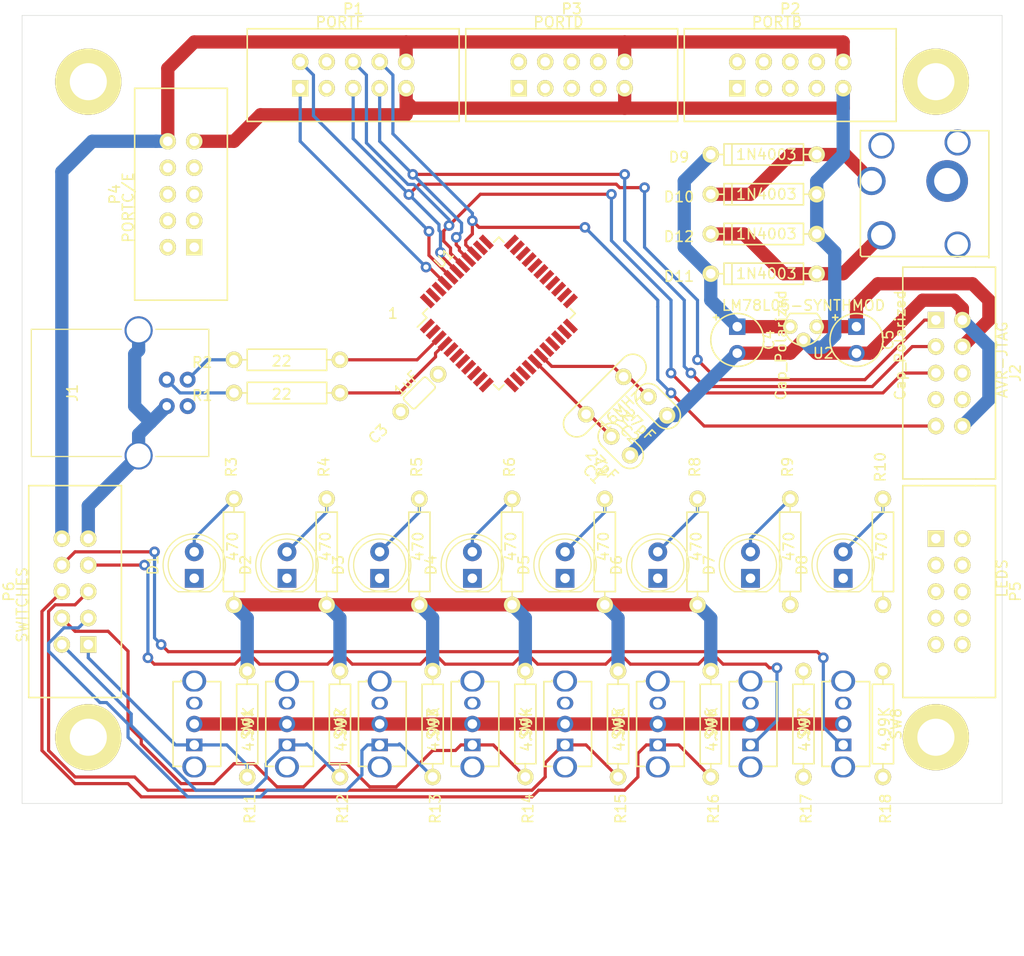
<source format=kicad_pcb>
(kicad_pcb (version 20171130) (host pcbnew "(5.1.0)-1")

  (general
    (thickness 1.6)
    (drawings 7)
    (tracks 389)
    (zones 0)
    (modules 59)
    (nets 65)
  )

  (page A4)
  (layers
    (0 F.Cu signal)
    (31 B.Cu signal)
    (32 B.Adhes user)
    (33 F.Adhes user)
    (34 B.Paste user)
    (35 F.Paste user)
    (36 B.SilkS user)
    (37 F.SilkS user)
    (38 B.Mask user)
    (39 F.Mask user)
    (40 Dwgs.User user)
    (41 Cmts.User user)
    (42 Eco1.User user)
    (43 Eco2.User user)
    (44 Edge.Cuts user)
    (45 Margin user)
    (46 B.CrtYd user)
    (47 F.CrtYd user)
    (48 B.Fab user)
    (49 F.Fab user)
  )

  (setup
    (last_trace_width 0.3048)
    (trace_clearance 0.3048)
    (zone_clearance 0.508)
    (zone_45_only no)
    (trace_min 0.2)
    (via_size 1.016)
    (via_drill 0.508)
    (via_min_size 0.4)
    (via_min_drill 0.3)
    (uvia_size 0.3)
    (uvia_drill 0.1)
    (uvias_allowed no)
    (uvia_min_size 0.2)
    (uvia_min_drill 0.1)
    (edge_width 0.05)
    (segment_width 0.2)
    (pcb_text_width 0.3)
    (pcb_text_size 1.5 1.5)
    (mod_edge_width 0.12)
    (mod_text_size 1 1)
    (mod_text_width 0.15)
    (pad_size 1.524 1.524)
    (pad_drill 0.762)
    (pad_to_mask_clearance 0.051)
    (solder_mask_min_width 0.25)
    (aux_axis_origin 0 0)
    (visible_elements 7FFFFFFF)
    (pcbplotparams
      (layerselection 0x010fc_ffffffff)
      (usegerberextensions false)
      (usegerberattributes false)
      (usegerberadvancedattributes false)
      (creategerberjobfile false)
      (excludeedgelayer true)
      (linewidth 0.100000)
      (plotframeref false)
      (viasonmask false)
      (mode 1)
      (useauxorigin false)
      (hpglpennumber 1)
      (hpglpenspeed 20)
      (hpglpendiameter 15.000000)
      (psnegative false)
      (psa4output false)
      (plotreference true)
      (plotvalue true)
      (plotinvisibletext false)
      (padsonsilk false)
      (subtractmaskfromsilk false)
      (outputformat 1)
      (mirror false)
      (drillshape 1)
      (scaleselection 1)
      (outputdirectory ""))
  )

  (net 0 "")
  (net 1 GND)
  (net 2 "Net-(C1-Pad1)")
  (net 3 "Net-(C2-Pad1)")
  (net 4 "Net-(C3-Pad1)")
  (net 5 VCC)
  (net 6 "Net-(D1-Pad2)")
  (net 7 "Net-(D1-Pad1)")
  (net 8 "Net-(D2-Pad2)")
  (net 9 "Net-(D2-Pad1)")
  (net 10 "Net-(D3-Pad2)")
  (net 11 "Net-(D3-Pad1)")
  (net 12 "Net-(D4-Pad2)")
  (net 13 "Net-(D4-Pad1)")
  (net 14 "Net-(D5-Pad2)")
  (net 15 "Net-(D5-Pad1)")
  (net 16 "Net-(D6-Pad2)")
  (net 17 "Net-(D6-Pad1)")
  (net 18 "Net-(D7-Pad2)")
  (net 19 "Net-(D7-Pad1)")
  (net 20 "Net-(D8-Pad2)")
  (net 21 "Net-(D8-Pad1)")
  (net 22 "Net-(J1-Pad2)")
  (net 23 "Net-(J1-Pad1)")
  (net 24 "Net-(J1-Pad3)")
  (net 25 "Net-(J2-Pad9)")
  (net 26 "Net-(J2-Pad6)")
  (net 27 "Net-(J2-Pad5)")
  (net 28 "Net-(J2-Pad3)")
  (net 29 "Net-(J2-Pad1)")
  (net 30 "Net-(P1-Pad2)")
  (net 31 "Net-(P1-Pad1)")
  (net 32 "Net-(P2-Pad8)")
  (net 33 "Net-(P2-Pad7)")
  (net 34 "Net-(P2-Pad6)")
  (net 35 "Net-(P2-Pad5)")
  (net 36 "Net-(P2-Pad4)")
  (net 37 "Net-(P2-Pad3)")
  (net 38 "Net-(P2-Pad2)")
  (net 39 "Net-(P2-Pad1)")
  (net 40 "Net-(P3-Pad8)")
  (net 41 "Net-(P3-Pad7)")
  (net 42 "Net-(P3-Pad6)")
  (net 43 "Net-(P3-Pad5)")
  (net 44 "Net-(P3-Pad4)")
  (net 45 "Net-(P3-Pad3)")
  (net 46 "Net-(P3-Pad2)")
  (net 47 "Net-(P3-Pad1)")
  (net 48 /PE6)
  (net 49 /PC7)
  (net 50 /PE2)
  (net 51 /PC6)
  (net 52 "Net-(P6-Pad8)")
  (net 53 "Net-(P6-Pad7)")
  (net 54 "Net-(P6-Pad6)")
  (net 55 "Net-(P6-Pad5)")
  (net 56 "Net-(P6-Pad4)")
  (net 57 "Net-(P6-Pad3)")
  (net 58 "Net-(P6-Pad2)")
  (net 59 "Net-(P6-Pad1)")
  (net 60 "Net-(R1-Pad2)")
  (net 61 "Net-(R2-Pad2)")
  (net 62 /A)
  (net 63 /B)
  (net 64 /C)

  (net_class Default "This is the default net class."
    (clearance 0.3048)
    (trace_width 0.3048)
    (via_dia 1.016)
    (via_drill 0.508)
    (uvia_dia 0.3)
    (uvia_drill 0.1)
    (add_net /PC6)
    (add_net /PC7)
    (add_net /PE2)
    (add_net /PE6)
    (add_net "Net-(C1-Pad1)")
    (add_net "Net-(C2-Pad1)")
    (add_net "Net-(C3-Pad1)")
    (add_net "Net-(D1-Pad1)")
    (add_net "Net-(D1-Pad2)")
    (add_net "Net-(D2-Pad1)")
    (add_net "Net-(D2-Pad2)")
    (add_net "Net-(D3-Pad1)")
    (add_net "Net-(D3-Pad2)")
    (add_net "Net-(D4-Pad1)")
    (add_net "Net-(D4-Pad2)")
    (add_net "Net-(D5-Pad1)")
    (add_net "Net-(D5-Pad2)")
    (add_net "Net-(D6-Pad1)")
    (add_net "Net-(D6-Pad2)")
    (add_net "Net-(D7-Pad1)")
    (add_net "Net-(D7-Pad2)")
    (add_net "Net-(D8-Pad1)")
    (add_net "Net-(D8-Pad2)")
    (add_net "Net-(J1-Pad1)")
    (add_net "Net-(J1-Pad2)")
    (add_net "Net-(J1-Pad3)")
    (add_net "Net-(J2-Pad1)")
    (add_net "Net-(J2-Pad3)")
    (add_net "Net-(J2-Pad5)")
    (add_net "Net-(J2-Pad6)")
    (add_net "Net-(J2-Pad9)")
    (add_net "Net-(P1-Pad1)")
    (add_net "Net-(P1-Pad2)")
    (add_net "Net-(P2-Pad1)")
    (add_net "Net-(P2-Pad2)")
    (add_net "Net-(P2-Pad3)")
    (add_net "Net-(P2-Pad4)")
    (add_net "Net-(P2-Pad5)")
    (add_net "Net-(P2-Pad6)")
    (add_net "Net-(P2-Pad7)")
    (add_net "Net-(P2-Pad8)")
    (add_net "Net-(P3-Pad1)")
    (add_net "Net-(P3-Pad2)")
    (add_net "Net-(P3-Pad3)")
    (add_net "Net-(P3-Pad4)")
    (add_net "Net-(P3-Pad5)")
    (add_net "Net-(P3-Pad6)")
    (add_net "Net-(P3-Pad7)")
    (add_net "Net-(P3-Pad8)")
    (add_net "Net-(P6-Pad1)")
    (add_net "Net-(P6-Pad2)")
    (add_net "Net-(P6-Pad3)")
    (add_net "Net-(P6-Pad4)")
    (add_net "Net-(P6-Pad5)")
    (add_net "Net-(P6-Pad6)")
    (add_net "Net-(P6-Pad7)")
    (add_net "Net-(P6-Pad8)")
    (add_net "Net-(R1-Pad2)")
    (add_net "Net-(R2-Pad2)")
  )

  (net_class POWER ""
    (clearance 0.3048)
    (trace_width 1.27)
    (via_dia 1.27)
    (via_drill 0.508)
    (uvia_dia 0.3)
    (uvia_drill 0.1)
    (add_net /A)
    (add_net /B)
    (add_net /C)
    (add_net GND)
    (add_net VCC)
  )

  (module FootPrints:DC-JACK-CUI-PJ-085AH (layer F.Cu) (tedit 5CC3C669) (tstamp 5CC1526A)
    (at 130.81 105.41 180)
    (path /5CC38F9C)
    (fp_text reference J3 (at 6.985 8.255 180) (layer F.SilkS)
      (effects (font (size 1 1) (thickness 0.15)))
    )
    (fp_text value Jack-DC (at 8.128 6.477 180) (layer F.Fab)
      (effects (font (size 1 1) (thickness 0.15)))
    )
    (fp_line (start 12.192 -7.239) (end 0 -7.239) (layer F.SilkS) (width 0.15))
    (fp_line (start 12.319 -7.112) (end 12.192 -7.239) (layer F.SilkS) (width 0.15))
    (fp_line (start 12.319 -6.858) (end 12.319 -7.112) (layer F.SilkS) (width 0.15))
    (fp_line (start 12.319 4.826) (end 12.319 -6.858) (layer F.SilkS) (width 0.15))
    (fp_line (start 11.811 4.826) (end 12.319 4.826) (layer F.SilkS) (width 0.15))
    (fp_line (start 0 4.826) (end 11.811 4.826) (layer F.SilkS) (width 0.15))
    (fp_line (start 0 -7.366) (end 0 4.826) (layer F.SilkS) (width 0.15))
    (pad 7 thru_hole circle (at 10.3 3.4 180) (size 2.5 2.5) (drill 2) (layers *.Cu *.Mask))
    (pad 6 thru_hole circle (at 3 -6.1 180) (size 2.5 2.5) (drill 2) (layers *.Cu *.Mask))
    (pad 5 thru_hole circle (at 3 3.7 180) (size 2.5 2.5) (drill 2) (layers *.Cu *.Mask))
    (pad 4 thru_hole circle (at 4 0 180) (size 4 4) (drill 2.5) (layers *.Cu *.Mask))
    (pad 2 thru_hole circle (at 10.3 -5.2 180) (size 2.7 2.7) (drill 2) (layers *.Cu *.Mask)
      (net 63 /B))
    (pad 1 thru_hole circle (at 11.25 0 180) (size 2.7 2.7) (drill 2) (layers *.Cu *.Mask)
      (net 62 /A))
  )

  (module FootPrints:AXIAL0_4 (layer F.Cu) (tedit 56ACF211) (tstamp 5CC23072)
    (at 95.25 157.48 90)
    (path /5CDB7CA7)
    (fp_text reference R15 (at -8.128 0.254 90) (layer F.SilkS)
      (effects (font (size 1 1) (thickness 0.15)))
    )
    (fp_text value 4.99K (at -0.508 0.127 90) (layer F.SilkS)
      (effects (font (size 1 1) (thickness 0.15)))
    )
    (fp_line (start 3.81 -1.016) (end -3.81 -1.016) (layer F.SilkS) (width 0.15))
    (fp_line (start -3.81 1.016) (end 3.81 1.016) (layer F.SilkS) (width 0.15))
    (fp_line (start 4.445 0) (end 3.81 0) (layer F.SilkS) (width 0.15))
    (fp_line (start -3.81 0) (end -4.318 0) (layer F.SilkS) (width 0.15))
    (fp_line (start 3.81 -1.016) (end 3.81 1.016) (layer F.SilkS) (width 0.15))
    (fp_line (start -3.81 -1.016) (end -3.81 1.016) (layer F.SilkS) (width 0.15))
    (pad 2 thru_hole circle (at 5.08 0 90) (size 1.5748 1.5748) (drill 0.9144) (layers *.Cu *.Mask F.SilkS)
      (net 5 VCC))
    (pad 1 thru_hole circle (at -5.08 0 90) (size 1.5748 1.5748) (drill 0.9144) (layers *.Cu *.Mask F.SilkS)
      (net 55 "Net-(P6-Pad5)"))
  )

  (module FootPrints:MountingHole_140 (layer F.Cu) (tedit 572FB1CB) (tstamp 5CC22F32)
    (at 125.73 158.75)
    (path /5CC3C66A)
    (fp_text reference P10 (at 3.81 3.81) (layer F.SilkS) hide
      (effects (font (size 1 1) (thickness 0.15)))
    )
    (fp_text value PAD (at 0 5.08) (layer F.SilkS) hide
      (effects (font (size 1 1) (thickness 0.15)))
    )
    (pad "" thru_hole circle (at 0 0) (size 6.35 6.35) (drill 3.556) (layers *.Cu *.Mask F.SilkS))
  )

  (module FootPrints:MountingHole_140 (layer F.Cu) (tedit 572FB1CB) (tstamp 5CC22F2D)
    (at 125.73 95.885)
    (path /5CC3C303)
    (fp_text reference P9 (at 3.81 3.81) (layer F.SilkS) hide
      (effects (font (size 1 1) (thickness 0.15)))
    )
    (fp_text value PAD (at 0 5.08) (layer F.SilkS) hide
      (effects (font (size 1 1) (thickness 0.15)))
    )
    (pad "" thru_hole circle (at 0 0) (size 6.35 6.35) (drill 3.556) (layers *.Cu *.Mask F.SilkS))
  )

  (module FootPrints:MountingHole_140 (layer F.Cu) (tedit 572FB1CB) (tstamp 5CC22F28)
    (at 44.45 95.885)
    (path /5CC3B026)
    (fp_text reference P8 (at 3.81 3.81) (layer F.SilkS) hide
      (effects (font (size 1 1) (thickness 0.15)))
    )
    (fp_text value PAD (at 0 5.08) (layer F.SilkS) hide
      (effects (font (size 1 1) (thickness 0.15)))
    )
    (pad "" thru_hole circle (at 0 0) (size 6.35 6.35) (drill 3.556) (layers *.Cu *.Mask F.SilkS))
  )

  (module FootPrints:MountingHole_140 (layer F.Cu) (tedit 572FB1CB) (tstamp 5CC22F23)
    (at 44.45 158.75)
    (path /5CC3CA20)
    (fp_text reference P7 (at 3.81 3.81) (layer F.SilkS) hide
      (effects (font (size 1 1) (thickness 0.15)))
    )
    (fp_text value PAD (at 0 5.08) (layer F.SilkS) hide
      (effects (font (size 1 1) (thickness 0.15)))
    )
    (pad "" thru_hole circle (at 0 0) (size 6.35 6.35) (drill 3.556) (layers *.Cu *.Mask F.SilkS))
  )

  (module FootPrints:IDC5x2_Vert (layer F.Cu) (tedit 58C2383B) (tstamp 5CC152D8)
    (at 127 144.78 90)
    (path /5CD0F5A5)
    (fp_text reference P5 (at 0 6.35 90) (layer F.SilkS)
      (effects (font (size 1 1) (thickness 0.15)))
    )
    (fp_text value LEDS (at 1.27 5.08 90) (layer F.SilkS)
      (effects (font (size 1 1) (thickness 0.15)))
    )
    (fp_line (start 10.16 -2.54) (end 10.16 2.54) (layer F.SilkS) (width 0.15))
    (fp_line (start -10.16 2.54) (end -10.16 -2.54) (layer F.SilkS) (width 0.15))
    (fp_line (start -10.16 -2.54) (end -10.16 -4.445) (layer F.SilkS) (width 0.15))
    (fp_line (start -10.16 -4.445) (end 10.16 -4.445) (layer F.SilkS) (width 0.15))
    (fp_line (start 10.16 -4.445) (end 10.16 -2.54) (layer F.SilkS) (width 0.15))
    (fp_line (start -10.16 2.54) (end -10.16 4.445) (layer F.SilkS) (width 0.15))
    (fp_line (start -10.16 4.445) (end 10.16 4.445) (layer F.SilkS) (width 0.15))
    (fp_line (start 10.16 4.445) (end 10.16 2.54) (layer F.SilkS) (width 0.15))
    (pad 10 thru_hole circle (at -5.08 1.27 90) (size 1.5748 1.5748) (drill 0.9144) (layers *.Cu *.Mask F.SilkS)
      (net 5 VCC))
    (pad 9 thru_hole circle (at -5.08 -1.27 90) (size 1.5748 1.5748) (drill 0.9144) (layers *.Cu *.Mask F.SilkS)
      (net 1 GND))
    (pad 8 thru_hole circle (at -2.54 1.27 90) (size 1.5748 1.5748) (drill 0.9144) (layers *.Cu *.Mask F.SilkS)
      (net 21 "Net-(D8-Pad1)"))
    (pad 7 thru_hole circle (at -2.54 -1.27 90) (size 1.5748 1.5748) (drill 0.9144) (layers *.Cu *.Mask F.SilkS)
      (net 19 "Net-(D7-Pad1)"))
    (pad 6 thru_hole circle (at 0 1.27 90) (size 1.5748 1.5748) (drill 0.9144) (layers *.Cu *.Mask F.SilkS)
      (net 17 "Net-(D6-Pad1)"))
    (pad 5 thru_hole circle (at 0 -1.27 90) (size 1.5748 1.5748) (drill 0.9144) (layers *.Cu *.Mask F.SilkS)
      (net 15 "Net-(D5-Pad1)"))
    (pad 4 thru_hole circle (at 2.54 1.27 90) (size 1.5748 1.5748) (drill 0.9144) (layers *.Cu *.Mask F.SilkS)
      (net 13 "Net-(D4-Pad1)"))
    (pad 3 thru_hole circle (at 2.54 -1.27 90) (size 1.5748 1.5748) (drill 0.9144) (layers *.Cu *.Mask F.SilkS)
      (net 11 "Net-(D3-Pad1)"))
    (pad 2 thru_hole circle (at 5.08 1.27 90) (size 1.5748 1.5748) (drill 0.9144) (layers *.Cu *.Mask F.SilkS)
      (net 9 "Net-(D2-Pad1)"))
    (pad 1 thru_hole rect (at 5.08 -1.27 90) (size 1.5748 1.5748) (drill 0.9144) (layers *.Cu *.Mask F.SilkS)
      (net 7 "Net-(D1-Pad1)"))
  )

  (module FootPrints:AXIAL0_4 (layer F.Cu) (tedit 56ACF211) (tstamp 5CC15336)
    (at 85.09 140.97 270)
    (path /5CCB6611)
    (fp_text reference R6 (at -8.128 0.254 270) (layer F.SilkS)
      (effects (font (size 1 1) (thickness 0.15)))
    )
    (fp_text value 470 (at -0.508 0.127 270) (layer F.SilkS)
      (effects (font (size 1 1) (thickness 0.15)))
    )
    (fp_line (start 3.81 -1.016) (end -3.81 -1.016) (layer F.SilkS) (width 0.15))
    (fp_line (start -3.81 1.016) (end 3.81 1.016) (layer F.SilkS) (width 0.15))
    (fp_line (start 4.445 0) (end 3.81 0) (layer F.SilkS) (width 0.15))
    (fp_line (start -3.81 0) (end -4.318 0) (layer F.SilkS) (width 0.15))
    (fp_line (start 3.81 -1.016) (end 3.81 1.016) (layer F.SilkS) (width 0.15))
    (fp_line (start -3.81 -1.016) (end -3.81 1.016) (layer F.SilkS) (width 0.15))
    (pad 2 thru_hole circle (at 5.08 0 270) (size 1.5748 1.5748) (drill 0.9144) (layers *.Cu *.Mask F.SilkS)
      (net 5 VCC))
    (pad 1 thru_hole circle (at -5.08 0 270) (size 1.5748 1.5748) (drill 0.9144) (layers *.Cu *.Mask F.SilkS)
      (net 12 "Net-(D4-Pad2)"))
  )

  (module FootPrints:AXIAL0_4 (layer F.Cu) (tedit 56ACF211) (tstamp 5CC152FA)
    (at 63.5 125.73)
    (path /5CC0CCD1)
    (fp_text reference R1 (at -8.128 0.254) (layer F.SilkS)
      (effects (font (size 1 1) (thickness 0.15)))
    )
    (fp_text value 22 (at -0.508 0.127) (layer F.SilkS)
      (effects (font (size 1 1) (thickness 0.15)))
    )
    (fp_line (start 3.81 -1.016) (end -3.81 -1.016) (layer F.SilkS) (width 0.15))
    (fp_line (start -3.81 1.016) (end 3.81 1.016) (layer F.SilkS) (width 0.15))
    (fp_line (start 4.445 0) (end 3.81 0) (layer F.SilkS) (width 0.15))
    (fp_line (start -3.81 0) (end -4.318 0) (layer F.SilkS) (width 0.15))
    (fp_line (start 3.81 -1.016) (end 3.81 1.016) (layer F.SilkS) (width 0.15))
    (fp_line (start -3.81 -1.016) (end -3.81 1.016) (layer F.SilkS) (width 0.15))
    (pad 2 thru_hole circle (at 5.08 0) (size 1.5748 1.5748) (drill 0.9144) (layers *.Cu *.Mask F.SilkS)
      (net 60 "Net-(R1-Pad2)"))
    (pad 1 thru_hole circle (at -5.08 0) (size 1.5748 1.5748) (drill 0.9144) (layers *.Cu *.Mask F.SilkS)
      (net 24 "Net-(J1-Pad3)"))
  )

  (module FootPrints:IDC5x2_Vert (layer F.Cu) (tedit 58C2383B) (tstamp 5CC152EE)
    (at 43.18 144.78 270)
    (path /5CDCBF7B)
    (fp_text reference P6 (at 0 6.35 270) (layer F.SilkS)
      (effects (font (size 1 1) (thickness 0.15)))
    )
    (fp_text value SWITCHES (at 1.27 5.08 270) (layer F.SilkS)
      (effects (font (size 1 1) (thickness 0.15)))
    )
    (fp_line (start 10.16 -2.54) (end 10.16 2.54) (layer F.SilkS) (width 0.15))
    (fp_line (start -10.16 2.54) (end -10.16 -2.54) (layer F.SilkS) (width 0.15))
    (fp_line (start -10.16 -2.54) (end -10.16 -4.445) (layer F.SilkS) (width 0.15))
    (fp_line (start -10.16 -4.445) (end 10.16 -4.445) (layer F.SilkS) (width 0.15))
    (fp_line (start 10.16 -4.445) (end 10.16 -2.54) (layer F.SilkS) (width 0.15))
    (fp_line (start -10.16 2.54) (end -10.16 4.445) (layer F.SilkS) (width 0.15))
    (fp_line (start -10.16 4.445) (end 10.16 4.445) (layer F.SilkS) (width 0.15))
    (fp_line (start 10.16 4.445) (end 10.16 2.54) (layer F.SilkS) (width 0.15))
    (pad 10 thru_hole circle (at -5.08 1.27 270) (size 1.5748 1.5748) (drill 0.9144) (layers *.Cu *.Mask F.SilkS)
      (net 5 VCC))
    (pad 9 thru_hole circle (at -5.08 -1.27 270) (size 1.5748 1.5748) (drill 0.9144) (layers *.Cu *.Mask F.SilkS)
      (net 1 GND))
    (pad 8 thru_hole circle (at -2.54 1.27 270) (size 1.5748 1.5748) (drill 0.9144) (layers *.Cu *.Mask F.SilkS)
      (net 52 "Net-(P6-Pad8)"))
    (pad 7 thru_hole circle (at -2.54 -1.27 270) (size 1.5748 1.5748) (drill 0.9144) (layers *.Cu *.Mask F.SilkS)
      (net 53 "Net-(P6-Pad7)"))
    (pad 6 thru_hole circle (at 0 1.27 270) (size 1.5748 1.5748) (drill 0.9144) (layers *.Cu *.Mask F.SilkS)
      (net 54 "Net-(P6-Pad6)"))
    (pad 5 thru_hole circle (at 0 -1.27 270) (size 1.5748 1.5748) (drill 0.9144) (layers *.Cu *.Mask F.SilkS)
      (net 55 "Net-(P6-Pad5)"))
    (pad 4 thru_hole circle (at 2.54 1.27 270) (size 1.5748 1.5748) (drill 0.9144) (layers *.Cu *.Mask F.SilkS)
      (net 56 "Net-(P6-Pad4)"))
    (pad 3 thru_hole circle (at 2.54 -1.27 270) (size 1.5748 1.5748) (drill 0.9144) (layers *.Cu *.Mask F.SilkS)
      (net 57 "Net-(P6-Pad3)"))
    (pad 2 thru_hole circle (at 5.08 1.27 270) (size 1.5748 1.5748) (drill 0.9144) (layers *.Cu *.Mask F.SilkS)
      (net 58 "Net-(P6-Pad2)"))
    (pad 1 thru_hole rect (at 5.08 -1.27 270) (size 1.5748 1.5748) (drill 0.9144) (layers *.Cu *.Mask F.SilkS)
      (net 59 "Net-(P6-Pad1)"))
  )

  (module FootPrints:AXIAL0_4 (layer F.Cu) (tedit 56ACF211) (tstamp 5CC15312)
    (at 58.42 140.97 270)
    (path /5CCAD63B)
    (fp_text reference R3 (at -8.128 0.254 270) (layer F.SilkS)
      (effects (font (size 1 1) (thickness 0.15)))
    )
    (fp_text value 470 (at -0.508 0.127 270) (layer F.SilkS)
      (effects (font (size 1 1) (thickness 0.15)))
    )
    (fp_line (start 3.81 -1.016) (end -3.81 -1.016) (layer F.SilkS) (width 0.15))
    (fp_line (start -3.81 1.016) (end 3.81 1.016) (layer F.SilkS) (width 0.15))
    (fp_line (start 4.445 0) (end 3.81 0) (layer F.SilkS) (width 0.15))
    (fp_line (start -3.81 0) (end -4.318 0) (layer F.SilkS) (width 0.15))
    (fp_line (start 3.81 -1.016) (end 3.81 1.016) (layer F.SilkS) (width 0.15))
    (fp_line (start -3.81 -1.016) (end -3.81 1.016) (layer F.SilkS) (width 0.15))
    (pad 2 thru_hole circle (at 5.08 0 270) (size 1.5748 1.5748) (drill 0.9144) (layers *.Cu *.Mask F.SilkS)
      (net 5 VCC))
    (pad 1 thru_hole circle (at -5.08 0 270) (size 1.5748 1.5748) (drill 0.9144) (layers *.Cu *.Mask F.SilkS)
      (net 6 "Net-(D1-Pad2)"))
  )

  (module FootPrints:AXIAL0_4 (layer F.Cu) (tedit 56ACF211) (tstamp 5CC1534E)
    (at 102.87 140.97 270)
    (path /5CCF238F)
    (fp_text reference R8 (at -8.128 0.254 270) (layer F.SilkS)
      (effects (font (size 1 1) (thickness 0.15)))
    )
    (fp_text value 470 (at -0.508 0.127 270) (layer F.SilkS)
      (effects (font (size 1 1) (thickness 0.15)))
    )
    (fp_line (start 3.81 -1.016) (end -3.81 -1.016) (layer F.SilkS) (width 0.15))
    (fp_line (start -3.81 1.016) (end 3.81 1.016) (layer F.SilkS) (width 0.15))
    (fp_line (start 4.445 0) (end 3.81 0) (layer F.SilkS) (width 0.15))
    (fp_line (start -3.81 0) (end -4.318 0) (layer F.SilkS) (width 0.15))
    (fp_line (start 3.81 -1.016) (end 3.81 1.016) (layer F.SilkS) (width 0.15))
    (fp_line (start -3.81 -1.016) (end -3.81 1.016) (layer F.SilkS) (width 0.15))
    (pad 2 thru_hole circle (at 5.08 0 270) (size 1.5748 1.5748) (drill 0.9144) (layers *.Cu *.Mask F.SilkS)
      (net 5 VCC))
    (pad 1 thru_hole circle (at -5.08 0 270) (size 1.5748 1.5748) (drill 0.9144) (layers *.Cu *.Mask F.SilkS)
      (net 16 "Net-(D6-Pad2)"))
  )

  (module FootPrints:AXIAL0_4 (layer F.Cu) (tedit 56ACF211) (tstamp 5CC15306)
    (at 63.5 122.555)
    (path /5CC0E41E)
    (fp_text reference R2 (at -8.128 0.254) (layer F.SilkS)
      (effects (font (size 1 1) (thickness 0.15)))
    )
    (fp_text value 22 (at -0.508 0.127) (layer F.SilkS)
      (effects (font (size 1 1) (thickness 0.15)))
    )
    (fp_line (start 3.81 -1.016) (end -3.81 -1.016) (layer F.SilkS) (width 0.15))
    (fp_line (start -3.81 1.016) (end 3.81 1.016) (layer F.SilkS) (width 0.15))
    (fp_line (start 4.445 0) (end 3.81 0) (layer F.SilkS) (width 0.15))
    (fp_line (start -3.81 0) (end -4.318 0) (layer F.SilkS) (width 0.15))
    (fp_line (start 3.81 -1.016) (end 3.81 1.016) (layer F.SilkS) (width 0.15))
    (fp_line (start -3.81 -1.016) (end -3.81 1.016) (layer F.SilkS) (width 0.15))
    (pad 2 thru_hole circle (at 5.08 0) (size 1.5748 1.5748) (drill 0.9144) (layers *.Cu *.Mask F.SilkS)
      (net 61 "Net-(R2-Pad2)"))
    (pad 1 thru_hole circle (at -5.08 0) (size 1.5748 1.5748) (drill 0.9144) (layers *.Cu *.Mask F.SilkS)
      (net 22 "Net-(J1-Pad2)"))
  )

  (module FootPrints:AXIAL0_4 (layer F.Cu) (tedit 56ACF211) (tstamp 5CC1531E)
    (at 67.31 140.97 270)
    (path /5CCB1ACD)
    (fp_text reference R4 (at -8.128 0.254 270) (layer F.SilkS)
      (effects (font (size 1 1) (thickness 0.15)))
    )
    (fp_text value 470 (at -0.508 0.127 270) (layer F.SilkS)
      (effects (font (size 1 1) (thickness 0.15)))
    )
    (fp_line (start 3.81 -1.016) (end -3.81 -1.016) (layer F.SilkS) (width 0.15))
    (fp_line (start -3.81 1.016) (end 3.81 1.016) (layer F.SilkS) (width 0.15))
    (fp_line (start 4.445 0) (end 3.81 0) (layer F.SilkS) (width 0.15))
    (fp_line (start -3.81 0) (end -4.318 0) (layer F.SilkS) (width 0.15))
    (fp_line (start 3.81 -1.016) (end 3.81 1.016) (layer F.SilkS) (width 0.15))
    (fp_line (start -3.81 -1.016) (end -3.81 1.016) (layer F.SilkS) (width 0.15))
    (pad 2 thru_hole circle (at 5.08 0 270) (size 1.5748 1.5748) (drill 0.9144) (layers *.Cu *.Mask F.SilkS)
      (net 5 VCC))
    (pad 1 thru_hole circle (at -5.08 0 270) (size 1.5748 1.5748) (drill 0.9144) (layers *.Cu *.Mask F.SilkS)
      (net 8 "Net-(D2-Pad2)"))
  )

  (module FootPrints:AXIAL0_4 (layer F.Cu) (tedit 56ACF211) (tstamp 5CC15372)
    (at 59.69 157.48 90)
    (path /5CD7626E)
    (fp_text reference R11 (at -8.128 0.254 90) (layer F.SilkS)
      (effects (font (size 1 1) (thickness 0.15)))
    )
    (fp_text value 4.99K (at -0.508 0.127 90) (layer F.SilkS)
      (effects (font (size 1 1) (thickness 0.15)))
    )
    (fp_line (start 3.81 -1.016) (end -3.81 -1.016) (layer F.SilkS) (width 0.15))
    (fp_line (start -3.81 1.016) (end 3.81 1.016) (layer F.SilkS) (width 0.15))
    (fp_line (start 4.445 0) (end 3.81 0) (layer F.SilkS) (width 0.15))
    (fp_line (start -3.81 0) (end -4.318 0) (layer F.SilkS) (width 0.15))
    (fp_line (start 3.81 -1.016) (end 3.81 1.016) (layer F.SilkS) (width 0.15))
    (fp_line (start -3.81 -1.016) (end -3.81 1.016) (layer F.SilkS) (width 0.15))
    (pad 2 thru_hole circle (at 5.08 0 90) (size 1.5748 1.5748) (drill 0.9144) (layers *.Cu *.Mask F.SilkS)
      (net 5 VCC))
    (pad 1 thru_hole circle (at -5.08 0 90) (size 1.5748 1.5748) (drill 0.9144) (layers *.Cu *.Mask F.SilkS)
      (net 59 "Net-(P6-Pad1)"))
  )

  (module FootPrints:AXIAL0_4 (layer F.Cu) (tedit 56ACF211) (tstamp 5CC1537E)
    (at 68.58 157.48 90)
    (path /5CD8D31E)
    (fp_text reference R12 (at -8.128 0.254 90) (layer F.SilkS)
      (effects (font (size 1 1) (thickness 0.15)))
    )
    (fp_text value 4.99K (at -0.508 0.127 90) (layer F.SilkS)
      (effects (font (size 1 1) (thickness 0.15)))
    )
    (fp_line (start 3.81 -1.016) (end -3.81 -1.016) (layer F.SilkS) (width 0.15))
    (fp_line (start -3.81 1.016) (end 3.81 1.016) (layer F.SilkS) (width 0.15))
    (fp_line (start 4.445 0) (end 3.81 0) (layer F.SilkS) (width 0.15))
    (fp_line (start -3.81 0) (end -4.318 0) (layer F.SilkS) (width 0.15))
    (fp_line (start 3.81 -1.016) (end 3.81 1.016) (layer F.SilkS) (width 0.15))
    (fp_line (start -3.81 -1.016) (end -3.81 1.016) (layer F.SilkS) (width 0.15))
    (pad 2 thru_hole circle (at 5.08 0 90) (size 1.5748 1.5748) (drill 0.9144) (layers *.Cu *.Mask F.SilkS)
      (net 5 VCC))
    (pad 1 thru_hole circle (at -5.08 0 90) (size 1.5748 1.5748) (drill 0.9144) (layers *.Cu *.Mask F.SilkS)
      (net 58 "Net-(P6-Pad2)"))
  )

  (module FootPrints:AXIAL0_4 (layer F.Cu) (tedit 56ACF211) (tstamp 5CC1538A)
    (at 77.47 157.48 90)
    (path /5CDA8B53)
    (fp_text reference R13 (at -8.128 0.254 90) (layer F.SilkS)
      (effects (font (size 1 1) (thickness 0.15)))
    )
    (fp_text value 4.99K (at -0.508 0.127 90) (layer F.SilkS)
      (effects (font (size 1 1) (thickness 0.15)))
    )
    (fp_line (start 3.81 -1.016) (end -3.81 -1.016) (layer F.SilkS) (width 0.15))
    (fp_line (start -3.81 1.016) (end 3.81 1.016) (layer F.SilkS) (width 0.15))
    (fp_line (start 4.445 0) (end 3.81 0) (layer F.SilkS) (width 0.15))
    (fp_line (start -3.81 0) (end -4.318 0) (layer F.SilkS) (width 0.15))
    (fp_line (start 3.81 -1.016) (end 3.81 1.016) (layer F.SilkS) (width 0.15))
    (fp_line (start -3.81 -1.016) (end -3.81 1.016) (layer F.SilkS) (width 0.15))
    (pad 2 thru_hole circle (at 5.08 0 90) (size 1.5748 1.5748) (drill 0.9144) (layers *.Cu *.Mask F.SilkS)
      (net 5 VCC))
    (pad 1 thru_hole circle (at -5.08 0 90) (size 1.5748 1.5748) (drill 0.9144) (layers *.Cu *.Mask F.SilkS)
      (net 57 "Net-(P6-Pad3)"))
  )

  (module FootPrints:IDC5x2_Vert (layer F.Cu) (tedit 58C2383B) (tstamp 5CC152AC)
    (at 90.805 95.25 180)
    (path /5CC34FF5)
    (fp_text reference P3 (at 0 6.35 180) (layer F.SilkS)
      (effects (font (size 1 1) (thickness 0.15)))
    )
    (fp_text value PORTD (at 1.27 5.08 180) (layer F.SilkS)
      (effects (font (size 1 1) (thickness 0.15)))
    )
    (fp_line (start 10.16 -2.54) (end 10.16 2.54) (layer F.SilkS) (width 0.15))
    (fp_line (start -10.16 2.54) (end -10.16 -2.54) (layer F.SilkS) (width 0.15))
    (fp_line (start -10.16 -2.54) (end -10.16 -4.445) (layer F.SilkS) (width 0.15))
    (fp_line (start -10.16 -4.445) (end 10.16 -4.445) (layer F.SilkS) (width 0.15))
    (fp_line (start 10.16 -4.445) (end 10.16 -2.54) (layer F.SilkS) (width 0.15))
    (fp_line (start -10.16 2.54) (end -10.16 4.445) (layer F.SilkS) (width 0.15))
    (fp_line (start -10.16 4.445) (end 10.16 4.445) (layer F.SilkS) (width 0.15))
    (fp_line (start 10.16 4.445) (end 10.16 2.54) (layer F.SilkS) (width 0.15))
    (pad 10 thru_hole circle (at -5.08 1.27 180) (size 1.5748 1.5748) (drill 0.9144) (layers *.Cu *.Mask F.SilkS)
      (net 5 VCC))
    (pad 9 thru_hole circle (at -5.08 -1.27 180) (size 1.5748 1.5748) (drill 0.9144) (layers *.Cu *.Mask F.SilkS)
      (net 1 GND))
    (pad 8 thru_hole circle (at -2.54 1.27 180) (size 1.5748 1.5748) (drill 0.9144) (layers *.Cu *.Mask F.SilkS)
      (net 40 "Net-(P3-Pad8)"))
    (pad 7 thru_hole circle (at -2.54 -1.27 180) (size 1.5748 1.5748) (drill 0.9144) (layers *.Cu *.Mask F.SilkS)
      (net 41 "Net-(P3-Pad7)"))
    (pad 6 thru_hole circle (at 0 1.27 180) (size 1.5748 1.5748) (drill 0.9144) (layers *.Cu *.Mask F.SilkS)
      (net 42 "Net-(P3-Pad6)"))
    (pad 5 thru_hole circle (at 0 -1.27 180) (size 1.5748 1.5748) (drill 0.9144) (layers *.Cu *.Mask F.SilkS)
      (net 43 "Net-(P3-Pad5)"))
    (pad 4 thru_hole circle (at 2.54 1.27 180) (size 1.5748 1.5748) (drill 0.9144) (layers *.Cu *.Mask F.SilkS)
      (net 44 "Net-(P3-Pad4)"))
    (pad 3 thru_hole circle (at 2.54 -1.27 180) (size 1.5748 1.5748) (drill 0.9144) (layers *.Cu *.Mask F.SilkS)
      (net 45 "Net-(P3-Pad3)"))
    (pad 2 thru_hole circle (at 5.08 1.27 180) (size 1.5748 1.5748) (drill 0.9144) (layers *.Cu *.Mask F.SilkS)
      (net 46 "Net-(P3-Pad2)"))
    (pad 1 thru_hole rect (at 5.08 -1.27 180) (size 1.5748 1.5748) (drill 0.9144) (layers *.Cu *.Mask F.SilkS)
      (net 47 "Net-(P3-Pad1)"))
  )

  (module FootPrints:AXIAL0_4 (layer F.Cu) (tedit 56ACF211) (tstamp 5CC1532A)
    (at 76.2 140.97 270)
    (path /5CCB65FC)
    (fp_text reference R5 (at -8.128 0.254 270) (layer F.SilkS)
      (effects (font (size 1 1) (thickness 0.15)))
    )
    (fp_text value 470 (at -0.508 0.127 270) (layer F.SilkS)
      (effects (font (size 1 1) (thickness 0.15)))
    )
    (fp_line (start 3.81 -1.016) (end -3.81 -1.016) (layer F.SilkS) (width 0.15))
    (fp_line (start -3.81 1.016) (end 3.81 1.016) (layer F.SilkS) (width 0.15))
    (fp_line (start 4.445 0) (end 3.81 0) (layer F.SilkS) (width 0.15))
    (fp_line (start -3.81 0) (end -4.318 0) (layer F.SilkS) (width 0.15))
    (fp_line (start 3.81 -1.016) (end 3.81 1.016) (layer F.SilkS) (width 0.15))
    (fp_line (start -3.81 -1.016) (end -3.81 1.016) (layer F.SilkS) (width 0.15))
    (pad 2 thru_hole circle (at 5.08 0 270) (size 1.5748 1.5748) (drill 0.9144) (layers *.Cu *.Mask F.SilkS)
      (net 5 VCC))
    (pad 1 thru_hole circle (at -5.08 0 270) (size 1.5748 1.5748) (drill 0.9144) (layers *.Cu *.Mask F.SilkS)
      (net 10 "Net-(D3-Pad2)"))
  )

  (module FootPrints:AXIAL0_4 (layer F.Cu) (tedit 56ACF211) (tstamp 5CC1535A)
    (at 111.76 140.97 270)
    (path /5CCFDBBF)
    (fp_text reference R9 (at -8.128 0.254 270) (layer F.SilkS)
      (effects (font (size 1 1) (thickness 0.15)))
    )
    (fp_text value 470 (at -0.508 0.127 270) (layer F.SilkS)
      (effects (font (size 1 1) (thickness 0.15)))
    )
    (fp_line (start 3.81 -1.016) (end -3.81 -1.016) (layer F.SilkS) (width 0.15))
    (fp_line (start -3.81 1.016) (end 3.81 1.016) (layer F.SilkS) (width 0.15))
    (fp_line (start 4.445 0) (end 3.81 0) (layer F.SilkS) (width 0.15))
    (fp_line (start -3.81 0) (end -4.318 0) (layer F.SilkS) (width 0.15))
    (fp_line (start 3.81 -1.016) (end 3.81 1.016) (layer F.SilkS) (width 0.15))
    (fp_line (start -3.81 -1.016) (end -3.81 1.016) (layer F.SilkS) (width 0.15))
    (pad 2 thru_hole circle (at 5.08 0 270) (size 1.5748 1.5748) (drill 0.9144) (layers *.Cu *.Mask F.SilkS)
      (net 5 VCC))
    (pad 1 thru_hole circle (at -5.08 0 270) (size 1.5748 1.5748) (drill 0.9144) (layers *.Cu *.Mask F.SilkS)
      (net 18 "Net-(D7-Pad2)"))
  )

  (module FootPrints:AXIAL0_4 (layer F.Cu) (tedit 56ACF211) (tstamp 5CC15342)
    (at 93.98 140.97 270)
    (path /5CCF237A)
    (fp_text reference R7 (at -8.128 0.254 270) (layer F.SilkS)
      (effects (font (size 1 1) (thickness 0.15)))
    )
    (fp_text value 470 (at -0.508 0.127 270) (layer F.SilkS)
      (effects (font (size 1 1) (thickness 0.15)))
    )
    (fp_line (start 3.81 -1.016) (end -3.81 -1.016) (layer F.SilkS) (width 0.15))
    (fp_line (start -3.81 1.016) (end 3.81 1.016) (layer F.SilkS) (width 0.15))
    (fp_line (start 4.445 0) (end 3.81 0) (layer F.SilkS) (width 0.15))
    (fp_line (start -3.81 0) (end -4.318 0) (layer F.SilkS) (width 0.15))
    (fp_line (start 3.81 -1.016) (end 3.81 1.016) (layer F.SilkS) (width 0.15))
    (fp_line (start -3.81 -1.016) (end -3.81 1.016) (layer F.SilkS) (width 0.15))
    (pad 2 thru_hole circle (at 5.08 0 270) (size 1.5748 1.5748) (drill 0.9144) (layers *.Cu *.Mask F.SilkS)
      (net 5 VCC))
    (pad 1 thru_hole circle (at -5.08 0 270) (size 1.5748 1.5748) (drill 0.9144) (layers *.Cu *.Mask F.SilkS)
      (net 14 "Net-(D5-Pad2)"))
  )

  (module FootPrints:AXIAL0_4 (layer F.Cu) (tedit 56ACF211) (tstamp 5CC15366)
    (at 120.65 140.97 270)
    (path /5CCFDBD4)
    (fp_text reference R10 (at -8.128 0.254 270) (layer F.SilkS)
      (effects (font (size 1 1) (thickness 0.15)))
    )
    (fp_text value 470 (at -0.508 0.127 270) (layer F.SilkS)
      (effects (font (size 1 1) (thickness 0.15)))
    )
    (fp_line (start 3.81 -1.016) (end -3.81 -1.016) (layer F.SilkS) (width 0.15))
    (fp_line (start -3.81 1.016) (end 3.81 1.016) (layer F.SilkS) (width 0.15))
    (fp_line (start 4.445 0) (end 3.81 0) (layer F.SilkS) (width 0.15))
    (fp_line (start -3.81 0) (end -4.318 0) (layer F.SilkS) (width 0.15))
    (fp_line (start 3.81 -1.016) (end 3.81 1.016) (layer F.SilkS) (width 0.15))
    (fp_line (start -3.81 -1.016) (end -3.81 1.016) (layer F.SilkS) (width 0.15))
    (pad 2 thru_hole circle (at 5.08 0 270) (size 1.5748 1.5748) (drill 0.9144) (layers *.Cu *.Mask F.SilkS)
      (net 5 VCC))
    (pad 1 thru_hole circle (at -5.08 0 270) (size 1.5748 1.5748) (drill 0.9144) (layers *.Cu *.Mask F.SilkS)
      (net 20 "Net-(D8-Pad2)"))
  )

  (module FootPrints:IDC5x2_Vert (layer F.Cu) (tedit 58C2383B) (tstamp 5CC152C2)
    (at 53.34 106.68 270)
    (path /5CF96BDD)
    (fp_text reference P4 (at 0 6.35 270) (layer F.SilkS)
      (effects (font (size 1 1) (thickness 0.15)))
    )
    (fp_text value PORTC/E (at 1.27 5.08 270) (layer F.SilkS)
      (effects (font (size 1 1) (thickness 0.15)))
    )
    (fp_line (start 10.16 -2.54) (end 10.16 2.54) (layer F.SilkS) (width 0.15))
    (fp_line (start -10.16 2.54) (end -10.16 -2.54) (layer F.SilkS) (width 0.15))
    (fp_line (start -10.16 -2.54) (end -10.16 -4.445) (layer F.SilkS) (width 0.15))
    (fp_line (start -10.16 -4.445) (end 10.16 -4.445) (layer F.SilkS) (width 0.15))
    (fp_line (start 10.16 -4.445) (end 10.16 -2.54) (layer F.SilkS) (width 0.15))
    (fp_line (start -10.16 2.54) (end -10.16 4.445) (layer F.SilkS) (width 0.15))
    (fp_line (start -10.16 4.445) (end 10.16 4.445) (layer F.SilkS) (width 0.15))
    (fp_line (start 10.16 4.445) (end 10.16 2.54) (layer F.SilkS) (width 0.15))
    (pad 10 thru_hole circle (at -5.08 1.27 270) (size 1.5748 1.5748) (drill 0.9144) (layers *.Cu *.Mask F.SilkS)
      (net 5 VCC))
    (pad 9 thru_hole circle (at -5.08 -1.27 270) (size 1.5748 1.5748) (drill 0.9144) (layers *.Cu *.Mask F.SilkS)
      (net 1 GND))
    (pad 8 thru_hole circle (at -2.54 1.27 270) (size 1.5748 1.5748) (drill 0.9144) (layers *.Cu *.Mask F.SilkS))
    (pad 7 thru_hole circle (at -2.54 -1.27 270) (size 1.5748 1.5748) (drill 0.9144) (layers *.Cu *.Mask F.SilkS)
      (net 48 /PE6))
    (pad 6 thru_hole circle (at 0 1.27 270) (size 1.5748 1.5748) (drill 0.9144) (layers *.Cu *.Mask F.SilkS))
    (pad 5 thru_hole circle (at 0 -1.27 270) (size 1.5748 1.5748) (drill 0.9144) (layers *.Cu *.Mask F.SilkS)
      (net 49 /PC7))
    (pad 4 thru_hole circle (at 2.54 1.27 270) (size 1.5748 1.5748) (drill 0.9144) (layers *.Cu *.Mask F.SilkS))
    (pad 3 thru_hole circle (at 2.54 -1.27 270) (size 1.5748 1.5748) (drill 0.9144) (layers *.Cu *.Mask F.SilkS)
      (net 50 /PE2))
    (pad 2 thru_hole circle (at 5.08 1.27 270) (size 1.5748 1.5748) (drill 0.9144) (layers *.Cu *.Mask F.SilkS))
    (pad 1 thru_hole rect (at 5.08 -1.27 270) (size 1.5748 1.5748) (drill 0.9144) (layers *.Cu *.Mask F.SilkS)
      (net 51 /PC6))
  )

  (module FootPrints:AXIAL0_4 (layer F.Cu) (tedit 56ACF211) (tstamp 5CC15396)
    (at 86.36 157.48 90)
    (path /5CDA8B6C)
    (fp_text reference R14 (at -8.128 0.254 90) (layer F.SilkS)
      (effects (font (size 1 1) (thickness 0.15)))
    )
    (fp_text value 4.99K (at -0.508 0.127 90) (layer F.SilkS)
      (effects (font (size 1 1) (thickness 0.15)))
    )
    (fp_line (start 3.81 -1.016) (end -3.81 -1.016) (layer F.SilkS) (width 0.15))
    (fp_line (start -3.81 1.016) (end 3.81 1.016) (layer F.SilkS) (width 0.15))
    (fp_line (start 4.445 0) (end 3.81 0) (layer F.SilkS) (width 0.15))
    (fp_line (start -3.81 0) (end -4.318 0) (layer F.SilkS) (width 0.15))
    (fp_line (start 3.81 -1.016) (end 3.81 1.016) (layer F.SilkS) (width 0.15))
    (fp_line (start -3.81 -1.016) (end -3.81 1.016) (layer F.SilkS) (width 0.15))
    (pad 2 thru_hole circle (at 5.08 0 90) (size 1.5748 1.5748) (drill 0.9144) (layers *.Cu *.Mask F.SilkS)
      (net 5 VCC))
    (pad 1 thru_hole circle (at -5.08 0 90) (size 1.5748 1.5748) (drill 0.9144) (layers *.Cu *.Mask F.SilkS)
      (net 56 "Net-(P6-Pad4)"))
  )

  (module FootPrints:DIODE0.4 (layer F.Cu) (tedit 56BA2633) (tstamp 5CC15218)
    (at 109.22 102.87)
    (path /5CC39CF7)
    (fp_text reference D9 (at -8.128 0.254) (layer F.SilkS)
      (effects (font (size 1 1) (thickness 0.15)))
    )
    (fp_text value 1N4003 (at 0.254 0) (layer F.SilkS)
      (effects (font (size 1 1) (thickness 0.15)))
    )
    (fp_line (start 3.81 -1.016) (end -3.81 -1.016) (layer F.SilkS) (width 0.15))
    (fp_line (start -3.81 1.016) (end 3.81 1.016) (layer F.SilkS) (width 0.15))
    (fp_line (start 4.445 0) (end 3.81 0) (layer F.SilkS) (width 0.15))
    (fp_line (start -3.81 0) (end -4.318 0) (layer F.SilkS) (width 0.15))
    (fp_line (start 3.81 -1.016) (end 3.81 1.016) (layer F.SilkS) (width 0.15))
    (fp_line (start -3.81 -1.016) (end -3.81 1.016) (layer F.SilkS) (width 0.15))
    (fp_line (start -3.048 1.016) (end -3.048 -1.016) (layer F.SilkS) (width 0.15))
    (pad 2 thru_hole circle (at 5.08 0) (size 1.5748 1.5748) (drill 0.9144) (layers *.Cu *.Mask F.SilkS)
      (net 62 /A))
    (pad 1 thru_hole circle (at -5.08 0) (size 1.5748 1.5748) (drill 0.9144) (layers *.Cu *.Mask F.SilkS)
      (net 64 /C))
  )

  (module FootPrints:LED_5.0mm (layer F.Cu) (tedit 58A0C566) (tstamp 5CC151D8)
    (at 90.17 143.51 90)
    (descr "LED, diameter 5.0mm, 2 pins, http://cdn-reichelt.de/documents/datenblatt/A500/LL-504BC2E-009.pdf")
    (tags "LED diameter 5.0mm 2 pins")
    (path /5CCF2370)
    (fp_text reference D5 (at 1.27 -3.96 90) (layer F.SilkS)
      (effects (font (size 1 1) (thickness 0.15)))
    )
    (fp_text value LED (at 1.27 3.96 90) (layer F.Fab)
      (effects (font (size 1 1) (thickness 0.15)))
    )
    (fp_line (start 4.5 -3.25) (end -1.95 -3.25) (layer F.CrtYd) (width 0.05))
    (fp_line (start 4.5 3.25) (end 4.5 -3.25) (layer F.CrtYd) (width 0.05))
    (fp_line (start -1.95 3.25) (end 4.5 3.25) (layer F.CrtYd) (width 0.05))
    (fp_line (start -1.95 -3.25) (end -1.95 3.25) (layer F.CrtYd) (width 0.05))
    (fp_line (start -1.29 -1.545) (end -1.29 1.545) (layer F.SilkS) (width 0.12))
    (fp_line (start -1.23 -1.469694) (end -1.23 1.469694) (layer F.Fab) (width 0.1))
    (fp_circle (center 1.27 0) (end 3.77 0) (layer F.SilkS) (width 0.12))
    (fp_circle (center 1.27 0) (end 3.77 0) (layer F.Fab) (width 0.1))
    (fp_arc (start 1.27 0) (end -1.29 1.54483) (angle -148.9) (layer F.SilkS) (width 0.12))
    (fp_arc (start 1.27 0) (end -1.29 -1.54483) (angle 148.9) (layer F.SilkS) (width 0.12))
    (fp_arc (start 1.27 0) (end -1.23 -1.469694) (angle 299.1) (layer F.Fab) (width 0.1))
    (pad 2 thru_hole circle (at 2.54 0 90) (size 1.8 1.8) (drill 0.9144) (layers *.Cu *.Mask)
      (net 14 "Net-(D5-Pad2)"))
    (pad 1 thru_hole rect (at 0 0 90) (size 1.8 1.8) (drill 0.9144) (layers *.Cu *.Mask)
      (net 15 "Net-(D5-Pad1)"))
    (model LEDs.3dshapes/LED_D5.0mm.wrl
      (at (xyz 0 0 0))
      (scale (xyz 0.393701 0.393701 0.393701))
      (rotate (xyz 0 0 0))
    )
  )

  (module FootPrints:LED_5.0mm (layer F.Cu) (tedit 58A0C566) (tstamp 5CC151FA)
    (at 107.95 143.51 90)
    (descr "LED, diameter 5.0mm, 2 pins, http://cdn-reichelt.de/documents/datenblatt/A500/LL-504BC2E-009.pdf")
    (tags "LED diameter 5.0mm 2 pins")
    (path /5CCFDBB5)
    (fp_text reference D7 (at 1.27 -3.96 90) (layer F.SilkS)
      (effects (font (size 1 1) (thickness 0.15)))
    )
    (fp_text value LED (at 1.27 3.96 90) (layer F.Fab)
      (effects (font (size 1 1) (thickness 0.15)))
    )
    (fp_line (start 4.5 -3.25) (end -1.95 -3.25) (layer F.CrtYd) (width 0.05))
    (fp_line (start 4.5 3.25) (end 4.5 -3.25) (layer F.CrtYd) (width 0.05))
    (fp_line (start -1.95 3.25) (end 4.5 3.25) (layer F.CrtYd) (width 0.05))
    (fp_line (start -1.95 -3.25) (end -1.95 3.25) (layer F.CrtYd) (width 0.05))
    (fp_line (start -1.29 -1.545) (end -1.29 1.545) (layer F.SilkS) (width 0.12))
    (fp_line (start -1.23 -1.469694) (end -1.23 1.469694) (layer F.Fab) (width 0.1))
    (fp_circle (center 1.27 0) (end 3.77 0) (layer F.SilkS) (width 0.12))
    (fp_circle (center 1.27 0) (end 3.77 0) (layer F.Fab) (width 0.1))
    (fp_arc (start 1.27 0) (end -1.29 1.54483) (angle -148.9) (layer F.SilkS) (width 0.12))
    (fp_arc (start 1.27 0) (end -1.29 -1.54483) (angle 148.9) (layer F.SilkS) (width 0.12))
    (fp_arc (start 1.27 0) (end -1.23 -1.469694) (angle 299.1) (layer F.Fab) (width 0.1))
    (pad 2 thru_hole circle (at 2.54 0 90) (size 1.8 1.8) (drill 0.9144) (layers *.Cu *.Mask)
      (net 18 "Net-(D7-Pad2)"))
    (pad 1 thru_hole rect (at 0 0 90) (size 1.8 1.8) (drill 0.9144) (layers *.Cu *.Mask)
      (net 19 "Net-(D7-Pad1)"))
    (model LEDs.3dshapes/LED_D5.0mm.wrl
      (at (xyz 0 0 0))
      (scale (xyz 0.393701 0.393701 0.393701))
      (rotate (xyz 0 0 0))
    )
  )

  (module FootPrints:DIODE0.4 (layer F.Cu) (tedit 56BA2633) (tstamp 5CC15232)
    (at 109.22 114.3)
    (path /5CC3B61E)
    (fp_text reference D11 (at -8.128 0.254) (layer F.SilkS)
      (effects (font (size 1 1) (thickness 0.15)))
    )
    (fp_text value 1N4003 (at 0.254 0) (layer F.SilkS)
      (effects (font (size 1 1) (thickness 0.15)))
    )
    (fp_line (start 3.81 -1.016) (end -3.81 -1.016) (layer F.SilkS) (width 0.15))
    (fp_line (start -3.81 1.016) (end 3.81 1.016) (layer F.SilkS) (width 0.15))
    (fp_line (start 4.445 0) (end 3.81 0) (layer F.SilkS) (width 0.15))
    (fp_line (start -3.81 0) (end -4.318 0) (layer F.SilkS) (width 0.15))
    (fp_line (start 3.81 -1.016) (end 3.81 1.016) (layer F.SilkS) (width 0.15))
    (fp_line (start -3.81 -1.016) (end -3.81 1.016) (layer F.SilkS) (width 0.15))
    (fp_line (start -3.048 1.016) (end -3.048 -1.016) (layer F.SilkS) (width 0.15))
    (pad 2 thru_hole circle (at 5.08 0) (size 1.5748 1.5748) (drill 0.9144) (layers *.Cu *.Mask F.SilkS)
      (net 63 /B))
    (pad 1 thru_hole circle (at -5.08 0) (size 1.5748 1.5748) (drill 0.9144) (layers *.Cu *.Mask F.SilkS)
      (net 64 /C))
  )

  (module FootPrints:DIODE0.4 (layer F.Cu) (tedit 56BA2633) (tstamp 5CC1523F)
    (at 109.22 110.49)
    (path /5CC3CD4F)
    (fp_text reference D12 (at -8.128 0.254) (layer F.SilkS)
      (effects (font (size 1 1) (thickness 0.15)))
    )
    (fp_text value 1N4003 (at 0.254 0) (layer F.SilkS)
      (effects (font (size 1 1) (thickness 0.15)))
    )
    (fp_line (start 3.81 -1.016) (end -3.81 -1.016) (layer F.SilkS) (width 0.15))
    (fp_line (start -3.81 1.016) (end 3.81 1.016) (layer F.SilkS) (width 0.15))
    (fp_line (start 4.445 0) (end 3.81 0) (layer F.SilkS) (width 0.15))
    (fp_line (start -3.81 0) (end -4.318 0) (layer F.SilkS) (width 0.15))
    (fp_line (start 3.81 -1.016) (end 3.81 1.016) (layer F.SilkS) (width 0.15))
    (fp_line (start -3.81 -1.016) (end -3.81 1.016) (layer F.SilkS) (width 0.15))
    (fp_line (start -3.048 1.016) (end -3.048 -1.016) (layer F.SilkS) (width 0.15))
    (pad 2 thru_hole circle (at 5.08 0) (size 1.5748 1.5748) (drill 0.9144) (layers *.Cu *.Mask F.SilkS)
      (net 1 GND))
    (pad 1 thru_hole circle (at -5.08 0) (size 1.5748 1.5748) (drill 0.9144) (layers *.Cu *.Mask F.SilkS)
      (net 63 /B))
  )

  (module Connectors:USB_B (layer F.Cu) (tedit 55B36073) (tstamp 5CC15242)
    (at 53.975 127 180)
    (descr "USB B connector")
    (tags "USB_B USB_DEV")
    (path /5CC0ABD5)
    (fp_text reference J1 (at 11.05 1.27 270) (layer F.SilkS)
      (effects (font (size 1 1) (thickness 0.15)))
    )
    (fp_text value USB_B (at 4.7 1.27 270) (layer F.Fab)
      (effects (font (size 1 1) (thickness 0.15)))
    )
    (fp_line (start 15.25 8.9) (end -2.3 8.9) (layer F.CrtYd) (width 0.05))
    (fp_line (start -2.3 8.9) (end -2.3 -6.35) (layer F.CrtYd) (width 0.05))
    (fp_line (start -2.3 -6.35) (end 15.25 -6.35) (layer F.CrtYd) (width 0.05))
    (fp_line (start 15.25 -6.35) (end 15.25 8.9) (layer F.CrtYd) (width 0.05))
    (fp_line (start 6.35 7.37) (end 14.99 7.37) (layer F.SilkS) (width 0.12))
    (fp_line (start -2.03 7.37) (end 3.05 7.37) (layer F.SilkS) (width 0.12))
    (fp_line (start 6.35 -4.83) (end 14.99 -4.83) (layer F.SilkS) (width 0.12))
    (fp_line (start -2.03 -4.83) (end 3.05 -4.83) (layer F.SilkS) (width 0.12))
    (fp_line (start 14.99 -4.83) (end 14.99 7.37) (layer F.SilkS) (width 0.12))
    (fp_line (start -2.03 7.37) (end -2.03 -4.83) (layer F.SilkS) (width 0.12))
    (pad 2 thru_hole circle (at 0 2.54 90) (size 1.52 1.52) (drill 0.81) (layers *.Cu *.Mask)
      (net 22 "Net-(J1-Pad2)"))
    (pad 1 thru_hole circle (at 0 0 90) (size 1.52 1.52) (drill 0.81) (layers *.Cu *.Mask)
      (net 23 "Net-(J1-Pad1)"))
    (pad 4 thru_hole circle (at 2 0 90) (size 1.52 1.52) (drill 0.81) (layers *.Cu *.Mask)
      (net 1 GND))
    (pad 3 thru_hole circle (at 2 2.54 90) (size 1.52 1.52) (drill 0.81) (layers *.Cu *.Mask)
      (net 24 "Net-(J1-Pad3)"))
    (pad 5 thru_hole circle (at 4.7 7.27 90) (size 2.7 2.7) (drill 2.3) (layers *.Cu *.Mask)
      (net 1 GND))
    (pad 5 thru_hole circle (at 4.7 -4.73 90) (size 2.7 2.7) (drill 2.3) (layers *.Cu *.Mask)
      (net 1 GND))
    (model ${KISYS3DMOD}/Connectors.3dshapes/USB_B.wrl
      (offset (xyz 4.571999931335449 -1.269999980926514 0))
      (scale (xyz 0.39 0.39 0.39))
      (rotate (xyz 0 0 -90))
    )
  )

  (module FootPrints:IDC5x2_Vert (layer F.Cu) (tedit 58C2383B) (tstamp 5CC15258)
    (at 127 123.825 90)
    (path /5CC12C5F)
    (fp_text reference J2 (at 0 6.35 90) (layer F.SilkS)
      (effects (font (size 1 1) (thickness 0.15)))
    )
    (fp_text value AVR-JTAG (at 1.27 5.08 90) (layer F.SilkS)
      (effects (font (size 1 1) (thickness 0.15)))
    )
    (fp_line (start 10.16 -2.54) (end 10.16 2.54) (layer F.SilkS) (width 0.15))
    (fp_line (start -10.16 2.54) (end -10.16 -2.54) (layer F.SilkS) (width 0.15))
    (fp_line (start -10.16 -2.54) (end -10.16 -4.445) (layer F.SilkS) (width 0.15))
    (fp_line (start -10.16 -4.445) (end 10.16 -4.445) (layer F.SilkS) (width 0.15))
    (fp_line (start 10.16 -4.445) (end 10.16 -2.54) (layer F.SilkS) (width 0.15))
    (fp_line (start -10.16 2.54) (end -10.16 4.445) (layer F.SilkS) (width 0.15))
    (fp_line (start -10.16 4.445) (end 10.16 4.445) (layer F.SilkS) (width 0.15))
    (fp_line (start 10.16 4.445) (end 10.16 2.54) (layer F.SilkS) (width 0.15))
    (pad 10 thru_hole circle (at -5.08 1.27 90) (size 1.5748 1.5748) (drill 0.9144) (layers *.Cu *.Mask F.SilkS)
      (net 1 GND))
    (pad 9 thru_hole circle (at -5.08 -1.27 90) (size 1.5748 1.5748) (drill 0.9144) (layers *.Cu *.Mask F.SilkS)
      (net 25 "Net-(J2-Pad9)"))
    (pad 8 thru_hole circle (at -2.54 1.27 90) (size 1.5748 1.5748) (drill 0.9144) (layers *.Cu *.Mask F.SilkS))
    (pad 7 thru_hole circle (at -2.54 -1.27 90) (size 1.5748 1.5748) (drill 0.9144) (layers *.Cu *.Mask F.SilkS))
    (pad 6 thru_hole circle (at 0 1.27 90) (size 1.5748 1.5748) (drill 0.9144) (layers *.Cu *.Mask F.SilkS)
      (net 26 "Net-(J2-Pad6)"))
    (pad 5 thru_hole circle (at 0 -1.27 90) (size 1.5748 1.5748) (drill 0.9144) (layers *.Cu *.Mask F.SilkS)
      (net 27 "Net-(J2-Pad5)"))
    (pad 4 thru_hole circle (at 2.54 1.27 90) (size 1.5748 1.5748) (drill 0.9144) (layers *.Cu *.Mask F.SilkS)
      (net 5 VCC))
    (pad 3 thru_hole circle (at 2.54 -1.27 90) (size 1.5748 1.5748) (drill 0.9144) (layers *.Cu *.Mask F.SilkS)
      (net 28 "Net-(J2-Pad3)"))
    (pad 2 thru_hole circle (at 5.08 1.27 90) (size 1.5748 1.5748) (drill 0.9144) (layers *.Cu *.Mask F.SilkS)
      (net 1 GND))
    (pad 1 thru_hole rect (at 5.08 -1.27 90) (size 1.5748 1.5748) (drill 0.9144) (layers *.Cu *.Mask F.SilkS)
      (net 29 "Net-(J2-Pad1)"))
  )

  (module FootPrints:IDC5x2_Vert (layer F.Cu) (tedit 58C2383B) (tstamp 5CC15280)
    (at 69.85 95.25 180)
    (path /5CC42683)
    (fp_text reference P1 (at 0 6.35 180) (layer F.SilkS)
      (effects (font (size 1 1) (thickness 0.15)))
    )
    (fp_text value PORTF (at 1.27 5.08 180) (layer F.SilkS)
      (effects (font (size 1 1) (thickness 0.15)))
    )
    (fp_line (start 10.16 -2.54) (end 10.16 2.54) (layer F.SilkS) (width 0.15))
    (fp_line (start -10.16 2.54) (end -10.16 -2.54) (layer F.SilkS) (width 0.15))
    (fp_line (start -10.16 -2.54) (end -10.16 -4.445) (layer F.SilkS) (width 0.15))
    (fp_line (start -10.16 -4.445) (end 10.16 -4.445) (layer F.SilkS) (width 0.15))
    (fp_line (start 10.16 -4.445) (end 10.16 -2.54) (layer F.SilkS) (width 0.15))
    (fp_line (start -10.16 2.54) (end -10.16 4.445) (layer F.SilkS) (width 0.15))
    (fp_line (start -10.16 4.445) (end 10.16 4.445) (layer F.SilkS) (width 0.15))
    (fp_line (start 10.16 4.445) (end 10.16 2.54) (layer F.SilkS) (width 0.15))
    (pad 10 thru_hole circle (at -5.08 1.27 180) (size 1.5748 1.5748) (drill 0.9144) (layers *.Cu *.Mask F.SilkS)
      (net 5 VCC))
    (pad 9 thru_hole circle (at -5.08 -1.27 180) (size 1.5748 1.5748) (drill 0.9144) (layers *.Cu *.Mask F.SilkS)
      (net 1 GND))
    (pad 8 thru_hole circle (at -2.54 1.27 180) (size 1.5748 1.5748) (drill 0.9144) (layers *.Cu *.Mask F.SilkS)
      (net 25 "Net-(J2-Pad9)"))
    (pad 7 thru_hole circle (at -2.54 -1.27 180) (size 1.5748 1.5748) (drill 0.9144) (layers *.Cu *.Mask F.SilkS)
      (net 28 "Net-(J2-Pad3)"))
    (pad 6 thru_hole circle (at 0 1.27 180) (size 1.5748 1.5748) (drill 0.9144) (layers *.Cu *.Mask F.SilkS)
      (net 27 "Net-(J2-Pad5)"))
    (pad 5 thru_hole circle (at 0 -1.27 180) (size 1.5748 1.5748) (drill 0.9144) (layers *.Cu *.Mask F.SilkS)
      (net 29 "Net-(J2-Pad1)"))
    (pad 4 thru_hole circle (at 2.54 1.27 180) (size 1.5748 1.5748) (drill 0.9144) (layers *.Cu *.Mask F.SilkS))
    (pad 3 thru_hole circle (at 2.54 -1.27 180) (size 1.5748 1.5748) (drill 0.9144) (layers *.Cu *.Mask F.SilkS))
    (pad 2 thru_hole circle (at 5.08 1.27 180) (size 1.5748 1.5748) (drill 0.9144) (layers *.Cu *.Mask F.SilkS)
      (net 30 "Net-(P1-Pad2)"))
    (pad 1 thru_hole rect (at 5.08 -1.27 180) (size 1.5748 1.5748) (drill 0.9144) (layers *.Cu *.Mask F.SilkS)
      (net 31 "Net-(P1-Pad1)"))
  )

  (module FootPrints:IDC5x2_Vert (layer F.Cu) (tedit 58C2383B) (tstamp 5CC15296)
    (at 111.76 95.25 180)
    (path /5CC271AD)
    (fp_text reference P2 (at 0 6.35 180) (layer F.SilkS)
      (effects (font (size 1 1) (thickness 0.15)))
    )
    (fp_text value PORTB (at 1.27 5.08 180) (layer F.SilkS)
      (effects (font (size 1 1) (thickness 0.15)))
    )
    (fp_line (start 10.16 -2.54) (end 10.16 2.54) (layer F.SilkS) (width 0.15))
    (fp_line (start -10.16 2.54) (end -10.16 -2.54) (layer F.SilkS) (width 0.15))
    (fp_line (start -10.16 -2.54) (end -10.16 -4.445) (layer F.SilkS) (width 0.15))
    (fp_line (start -10.16 -4.445) (end 10.16 -4.445) (layer F.SilkS) (width 0.15))
    (fp_line (start 10.16 -4.445) (end 10.16 -2.54) (layer F.SilkS) (width 0.15))
    (fp_line (start -10.16 2.54) (end -10.16 4.445) (layer F.SilkS) (width 0.15))
    (fp_line (start -10.16 4.445) (end 10.16 4.445) (layer F.SilkS) (width 0.15))
    (fp_line (start 10.16 4.445) (end 10.16 2.54) (layer F.SilkS) (width 0.15))
    (pad 10 thru_hole circle (at -5.08 1.27 180) (size 1.5748 1.5748) (drill 0.9144) (layers *.Cu *.Mask F.SilkS)
      (net 5 VCC))
    (pad 9 thru_hole circle (at -5.08 -1.27 180) (size 1.5748 1.5748) (drill 0.9144) (layers *.Cu *.Mask F.SilkS)
      (net 1 GND))
    (pad 8 thru_hole circle (at -2.54 1.27 180) (size 1.5748 1.5748) (drill 0.9144) (layers *.Cu *.Mask F.SilkS)
      (net 32 "Net-(P2-Pad8)"))
    (pad 7 thru_hole circle (at -2.54 -1.27 180) (size 1.5748 1.5748) (drill 0.9144) (layers *.Cu *.Mask F.SilkS)
      (net 33 "Net-(P2-Pad7)"))
    (pad 6 thru_hole circle (at 0 1.27 180) (size 1.5748 1.5748) (drill 0.9144) (layers *.Cu *.Mask F.SilkS)
      (net 34 "Net-(P2-Pad6)"))
    (pad 5 thru_hole circle (at 0 -1.27 180) (size 1.5748 1.5748) (drill 0.9144) (layers *.Cu *.Mask F.SilkS)
      (net 35 "Net-(P2-Pad5)"))
    (pad 4 thru_hole circle (at 2.54 1.27 180) (size 1.5748 1.5748) (drill 0.9144) (layers *.Cu *.Mask F.SilkS)
      (net 36 "Net-(P2-Pad4)"))
    (pad 3 thru_hole circle (at 2.54 -1.27 180) (size 1.5748 1.5748) (drill 0.9144) (layers *.Cu *.Mask F.SilkS)
      (net 37 "Net-(P2-Pad3)"))
    (pad 2 thru_hole circle (at 5.08 1.27 180) (size 1.5748 1.5748) (drill 0.9144) (layers *.Cu *.Mask F.SilkS)
      (net 38 "Net-(P2-Pad2)"))
    (pad 1 thru_hole rect (at 5.08 -1.27 180) (size 1.5748 1.5748) (drill 0.9144) (layers *.Cu *.Mask F.SilkS)
      (net 39 "Net-(P2-Pad1)"))
  )

  (module FootPrints:LED_5.0mm (layer F.Cu) (tedit 58A0C566) (tstamp 5CC151C7)
    (at 81.28 143.51 90)
    (descr "LED, diameter 5.0mm, 2 pins, http://cdn-reichelt.de/documents/datenblatt/A500/LL-504BC2E-009.pdf")
    (tags "LED diameter 5.0mm 2 pins")
    (path /5CCB6607)
    (fp_text reference D4 (at 1.27 -3.96 90) (layer F.SilkS)
      (effects (font (size 1 1) (thickness 0.15)))
    )
    (fp_text value LED (at 1.27 3.96 90) (layer F.Fab)
      (effects (font (size 1 1) (thickness 0.15)))
    )
    (fp_line (start 4.5 -3.25) (end -1.95 -3.25) (layer F.CrtYd) (width 0.05))
    (fp_line (start 4.5 3.25) (end 4.5 -3.25) (layer F.CrtYd) (width 0.05))
    (fp_line (start -1.95 3.25) (end 4.5 3.25) (layer F.CrtYd) (width 0.05))
    (fp_line (start -1.95 -3.25) (end -1.95 3.25) (layer F.CrtYd) (width 0.05))
    (fp_line (start -1.29 -1.545) (end -1.29 1.545) (layer F.SilkS) (width 0.12))
    (fp_line (start -1.23 -1.469694) (end -1.23 1.469694) (layer F.Fab) (width 0.1))
    (fp_circle (center 1.27 0) (end 3.77 0) (layer F.SilkS) (width 0.12))
    (fp_circle (center 1.27 0) (end 3.77 0) (layer F.Fab) (width 0.1))
    (fp_arc (start 1.27 0) (end -1.29 1.54483) (angle -148.9) (layer F.SilkS) (width 0.12))
    (fp_arc (start 1.27 0) (end -1.29 -1.54483) (angle 148.9) (layer F.SilkS) (width 0.12))
    (fp_arc (start 1.27 0) (end -1.23 -1.469694) (angle 299.1) (layer F.Fab) (width 0.1))
    (pad 2 thru_hole circle (at 2.54 0 90) (size 1.8 1.8) (drill 0.9144) (layers *.Cu *.Mask)
      (net 12 "Net-(D4-Pad2)"))
    (pad 1 thru_hole rect (at 0 0 90) (size 1.8 1.8) (drill 0.9144) (layers *.Cu *.Mask)
      (net 13 "Net-(D4-Pad1)"))
    (model LEDs.3dshapes/LED_D5.0mm.wrl
      (at (xyz 0 0 0))
      (scale (xyz 0.393701 0.393701 0.393701))
      (rotate (xyz 0 0 0))
    )
  )

  (module FootPrints:LED_5.0mm (layer F.Cu) (tedit 58A0C566) (tstamp 5CC151E9)
    (at 99.06 143.51 90)
    (descr "LED, diameter 5.0mm, 2 pins, http://cdn-reichelt.de/documents/datenblatt/A500/LL-504BC2E-009.pdf")
    (tags "LED diameter 5.0mm 2 pins")
    (path /5CCF2385)
    (fp_text reference D6 (at 1.27 -3.96 90) (layer F.SilkS)
      (effects (font (size 1 1) (thickness 0.15)))
    )
    (fp_text value LED (at 1.27 3.96 90) (layer F.Fab)
      (effects (font (size 1 1) (thickness 0.15)))
    )
    (fp_line (start 4.5 -3.25) (end -1.95 -3.25) (layer F.CrtYd) (width 0.05))
    (fp_line (start 4.5 3.25) (end 4.5 -3.25) (layer F.CrtYd) (width 0.05))
    (fp_line (start -1.95 3.25) (end 4.5 3.25) (layer F.CrtYd) (width 0.05))
    (fp_line (start -1.95 -3.25) (end -1.95 3.25) (layer F.CrtYd) (width 0.05))
    (fp_line (start -1.29 -1.545) (end -1.29 1.545) (layer F.SilkS) (width 0.12))
    (fp_line (start -1.23 -1.469694) (end -1.23 1.469694) (layer F.Fab) (width 0.1))
    (fp_circle (center 1.27 0) (end 3.77 0) (layer F.SilkS) (width 0.12))
    (fp_circle (center 1.27 0) (end 3.77 0) (layer F.Fab) (width 0.1))
    (fp_arc (start 1.27 0) (end -1.29 1.54483) (angle -148.9) (layer F.SilkS) (width 0.12))
    (fp_arc (start 1.27 0) (end -1.29 -1.54483) (angle 148.9) (layer F.SilkS) (width 0.12))
    (fp_arc (start 1.27 0) (end -1.23 -1.469694) (angle 299.1) (layer F.Fab) (width 0.1))
    (pad 2 thru_hole circle (at 2.54 0 90) (size 1.8 1.8) (drill 0.9144) (layers *.Cu *.Mask)
      (net 16 "Net-(D6-Pad2)"))
    (pad 1 thru_hole rect (at 0 0 90) (size 1.8 1.8) (drill 0.9144) (layers *.Cu *.Mask)
      (net 17 "Net-(D6-Pad1)"))
    (model LEDs.3dshapes/LED_D5.0mm.wrl
      (at (xyz 0 0 0))
      (scale (xyz 0.393701 0.393701 0.393701))
      (rotate (xyz 0 0 0))
    )
  )

  (module FootPrints:Cap-Pol-Rad-0.2_0.1 (layer F.Cu) (tedit 58AA21B9) (tstamp 5CC15183)
    (at 118.11 120.65 90)
    (path /5CCDC0E6)
    (fp_text reference C5 (at 0 3.04 90) (layer F.SilkS)
      (effects (font (size 1 1) (thickness 0.15)))
    )
    (fp_text value Cap_Polarized (at -0.508 4.191 90) (layer F.SilkS)
      (effects (font (size 1 1) (thickness 0.15)))
    )
    (fp_circle (center 0 0) (end 2.54 0) (layer F.SilkS) (width 0.15))
    (fp_line (start 2.159 -2.286) (end 2.159 -1.778) (layer F.SilkS) (width 0.15))
    (fp_line (start 2.413 -2.032) (end 1.905 -2.032) (layer F.SilkS) (width 0.15))
    (pad 1 thru_hole rect (at 1.27 0 90) (size 1.5748 1.5748) (drill 0.9144) (layers *.Cu *.Mask)
      (net 5 VCC))
    (pad 2 thru_hole circle (at -1.27 0 90) (size 1.5748 1.5748) (drill 0.9144) (layers *.Cu *.Mask)
      (net 1 GND))
  )

  (module FootPrints:LED_5.0mm (layer F.Cu) (tedit 58A0C566) (tstamp 5CC24E09)
    (at 116.84 143.51 90)
    (descr "LED, diameter 5.0mm, 2 pins, http://cdn-reichelt.de/documents/datenblatt/A500/LL-504BC2E-009.pdf")
    (tags "LED diameter 5.0mm 2 pins")
    (path /5CCFDBCA)
    (fp_text reference D8 (at 1.27 -3.96 90) (layer F.SilkS)
      (effects (font (size 1 1) (thickness 0.15)))
    )
    (fp_text value LED (at 1.27 3.96 90) (layer F.Fab)
      (effects (font (size 1 1) (thickness 0.15)))
    )
    (fp_line (start 4.5 -3.25) (end -1.95 -3.25) (layer F.CrtYd) (width 0.05))
    (fp_line (start 4.5 3.25) (end 4.5 -3.25) (layer F.CrtYd) (width 0.05))
    (fp_line (start -1.95 3.25) (end 4.5 3.25) (layer F.CrtYd) (width 0.05))
    (fp_line (start -1.95 -3.25) (end -1.95 3.25) (layer F.CrtYd) (width 0.05))
    (fp_line (start -1.29 -1.545) (end -1.29 1.545) (layer F.SilkS) (width 0.12))
    (fp_line (start -1.23 -1.469694) (end -1.23 1.469694) (layer F.Fab) (width 0.1))
    (fp_circle (center 1.27 0) (end 3.77 0) (layer F.SilkS) (width 0.12))
    (fp_circle (center 1.27 0) (end 3.77 0) (layer F.Fab) (width 0.1))
    (fp_arc (start 1.27 0) (end -1.29 1.54483) (angle -148.9) (layer F.SilkS) (width 0.12))
    (fp_arc (start 1.27 0) (end -1.29 -1.54483) (angle 148.9) (layer F.SilkS) (width 0.12))
    (fp_arc (start 1.27 0) (end -1.23 -1.469694) (angle 299.1) (layer F.Fab) (width 0.1))
    (pad 2 thru_hole circle (at 2.54 0 90) (size 1.8 1.8) (drill 0.9144) (layers *.Cu *.Mask)
      (net 20 "Net-(D8-Pad2)"))
    (pad 1 thru_hole rect (at 0 0 90) (size 1.8 1.8) (drill 0.9144) (layers *.Cu *.Mask)
      (net 21 "Net-(D8-Pad1)"))
    (model LEDs.3dshapes/LED_D5.0mm.wrl
      (at (xyz 0 0 0))
      (scale (xyz 0.393701 0.393701 0.393701))
      (rotate (xyz 0 0 0))
    )
  )

  (module FootPrints:LED_5.0mm (layer F.Cu) (tedit 58A0C566) (tstamp 5CC151B6)
    (at 72.39 143.51 90)
    (descr "LED, diameter 5.0mm, 2 pins, http://cdn-reichelt.de/documents/datenblatt/A500/LL-504BC2E-009.pdf")
    (tags "LED diameter 5.0mm 2 pins")
    (path /5CCB65F2)
    (fp_text reference D3 (at 1.27 -3.96 90) (layer F.SilkS)
      (effects (font (size 1 1) (thickness 0.15)))
    )
    (fp_text value LED (at 1.27 3.96 90) (layer F.Fab)
      (effects (font (size 1 1) (thickness 0.15)))
    )
    (fp_line (start 4.5 -3.25) (end -1.95 -3.25) (layer F.CrtYd) (width 0.05))
    (fp_line (start 4.5 3.25) (end 4.5 -3.25) (layer F.CrtYd) (width 0.05))
    (fp_line (start -1.95 3.25) (end 4.5 3.25) (layer F.CrtYd) (width 0.05))
    (fp_line (start -1.95 -3.25) (end -1.95 3.25) (layer F.CrtYd) (width 0.05))
    (fp_line (start -1.29 -1.545) (end -1.29 1.545) (layer F.SilkS) (width 0.12))
    (fp_line (start -1.23 -1.469694) (end -1.23 1.469694) (layer F.Fab) (width 0.1))
    (fp_circle (center 1.27 0) (end 3.77 0) (layer F.SilkS) (width 0.12))
    (fp_circle (center 1.27 0) (end 3.77 0) (layer F.Fab) (width 0.1))
    (fp_arc (start 1.27 0) (end -1.29 1.54483) (angle -148.9) (layer F.SilkS) (width 0.12))
    (fp_arc (start 1.27 0) (end -1.29 -1.54483) (angle 148.9) (layer F.SilkS) (width 0.12))
    (fp_arc (start 1.27 0) (end -1.23 -1.469694) (angle 299.1) (layer F.Fab) (width 0.1))
    (pad 2 thru_hole circle (at 2.54 0 90) (size 1.8 1.8) (drill 0.9144) (layers *.Cu *.Mask)
      (net 10 "Net-(D3-Pad2)"))
    (pad 1 thru_hole rect (at 0 0 90) (size 1.8 1.8) (drill 0.9144) (layers *.Cu *.Mask)
      (net 11 "Net-(D3-Pad1)"))
    (model LEDs.3dshapes/LED_D5.0mm.wrl
      (at (xyz 0 0 0))
      (scale (xyz 0.393701 0.393701 0.393701))
      (rotate (xyz 0 0 0))
    )
  )

  (module FootPrints:LED_5.0mm (layer F.Cu) (tedit 58A0C566) (tstamp 5CC15194)
    (at 54.61 143.51 90)
    (descr "LED, diameter 5.0mm, 2 pins, http://cdn-reichelt.de/documents/datenblatt/A500/LL-504BC2E-009.pdf")
    (tags "LED diameter 5.0mm 2 pins")
    (path /5CCABD33)
    (fp_text reference D1 (at 1.27 -3.96 90) (layer F.SilkS)
      (effects (font (size 1 1) (thickness 0.15)))
    )
    (fp_text value LED (at 1.27 3.96 90) (layer F.Fab)
      (effects (font (size 1 1) (thickness 0.15)))
    )
    (fp_line (start 4.5 -3.25) (end -1.95 -3.25) (layer F.CrtYd) (width 0.05))
    (fp_line (start 4.5 3.25) (end 4.5 -3.25) (layer F.CrtYd) (width 0.05))
    (fp_line (start -1.95 3.25) (end 4.5 3.25) (layer F.CrtYd) (width 0.05))
    (fp_line (start -1.95 -3.25) (end -1.95 3.25) (layer F.CrtYd) (width 0.05))
    (fp_line (start -1.29 -1.545) (end -1.29 1.545) (layer F.SilkS) (width 0.12))
    (fp_line (start -1.23 -1.469694) (end -1.23 1.469694) (layer F.Fab) (width 0.1))
    (fp_circle (center 1.27 0) (end 3.77 0) (layer F.SilkS) (width 0.12))
    (fp_circle (center 1.27 0) (end 3.77 0) (layer F.Fab) (width 0.1))
    (fp_arc (start 1.27 0) (end -1.29 1.54483) (angle -148.9) (layer F.SilkS) (width 0.12))
    (fp_arc (start 1.27 0) (end -1.29 -1.54483) (angle 148.9) (layer F.SilkS) (width 0.12))
    (fp_arc (start 1.27 0) (end -1.23 -1.469694) (angle 299.1) (layer F.Fab) (width 0.1))
    (pad 2 thru_hole circle (at 2.54 0 90) (size 1.8 1.8) (drill 0.9144) (layers *.Cu *.Mask)
      (net 6 "Net-(D1-Pad2)"))
    (pad 1 thru_hole rect (at 0 0 90) (size 1.8 1.8) (drill 0.9144) (layers *.Cu *.Mask)
      (net 7 "Net-(D1-Pad1)"))
    (model LEDs.3dshapes/LED_D5.0mm.wrl
      (at (xyz 0 0 0))
      (scale (xyz 0.393701 0.393701 0.393701))
      (rotate (xyz 0 0 0))
    )
  )

  (module FootPrints:DIODE0.4 (layer F.Cu) (tedit 56BA2633) (tstamp 5CC24DD1)
    (at 109.22 106.68)
    (path /5CC3BC00)
    (fp_text reference D10 (at -8.128 0.254) (layer F.SilkS)
      (effects (font (size 1 1) (thickness 0.15)))
    )
    (fp_text value 1N4003 (at 0.254 0) (layer F.SilkS)
      (effects (font (size 1 1) (thickness 0.15)))
    )
    (fp_line (start 3.81 -1.016) (end -3.81 -1.016) (layer F.SilkS) (width 0.15))
    (fp_line (start -3.81 1.016) (end 3.81 1.016) (layer F.SilkS) (width 0.15))
    (fp_line (start 4.445 0) (end 3.81 0) (layer F.SilkS) (width 0.15))
    (fp_line (start -3.81 0) (end -4.318 0) (layer F.SilkS) (width 0.15))
    (fp_line (start 3.81 -1.016) (end 3.81 1.016) (layer F.SilkS) (width 0.15))
    (fp_line (start -3.81 -1.016) (end -3.81 1.016) (layer F.SilkS) (width 0.15))
    (fp_line (start -3.048 1.016) (end -3.048 -1.016) (layer F.SilkS) (width 0.15))
    (pad 2 thru_hole circle (at 5.08 0) (size 1.5748 1.5748) (drill 0.9144) (layers *.Cu *.Mask F.SilkS)
      (net 1 GND))
    (pad 1 thru_hole circle (at -5.08 0) (size 1.5748 1.5748) (drill 0.9144) (layers *.Cu *.Mask F.SilkS)
      (net 62 /A))
  )

  (module FootPrints:LED_5.0mm (layer F.Cu) (tedit 58A0C566) (tstamp 5CC151A5)
    (at 63.5 143.51 90)
    (descr "LED, diameter 5.0mm, 2 pins, http://cdn-reichelt.de/documents/datenblatt/A500/LL-504BC2E-009.pdf")
    (tags "LED diameter 5.0mm 2 pins")
    (path /5CCB1AC3)
    (fp_text reference D2 (at 1.27 -3.96 90) (layer F.SilkS)
      (effects (font (size 1 1) (thickness 0.15)))
    )
    (fp_text value LED (at 1.27 3.96 90) (layer F.Fab)
      (effects (font (size 1 1) (thickness 0.15)))
    )
    (fp_line (start 4.5 -3.25) (end -1.95 -3.25) (layer F.CrtYd) (width 0.05))
    (fp_line (start 4.5 3.25) (end 4.5 -3.25) (layer F.CrtYd) (width 0.05))
    (fp_line (start -1.95 3.25) (end 4.5 3.25) (layer F.CrtYd) (width 0.05))
    (fp_line (start -1.95 -3.25) (end -1.95 3.25) (layer F.CrtYd) (width 0.05))
    (fp_line (start -1.29 -1.545) (end -1.29 1.545) (layer F.SilkS) (width 0.12))
    (fp_line (start -1.23 -1.469694) (end -1.23 1.469694) (layer F.Fab) (width 0.1))
    (fp_circle (center 1.27 0) (end 3.77 0) (layer F.SilkS) (width 0.12))
    (fp_circle (center 1.27 0) (end 3.77 0) (layer F.Fab) (width 0.1))
    (fp_arc (start 1.27 0) (end -1.29 1.54483) (angle -148.9) (layer F.SilkS) (width 0.12))
    (fp_arc (start 1.27 0) (end -1.29 -1.54483) (angle 148.9) (layer F.SilkS) (width 0.12))
    (fp_arc (start 1.27 0) (end -1.23 -1.469694) (angle 299.1) (layer F.Fab) (width 0.1))
    (pad 2 thru_hole circle (at 2.54 0 90) (size 1.8 1.8) (drill 0.9144) (layers *.Cu *.Mask)
      (net 8 "Net-(D2-Pad2)"))
    (pad 1 thru_hole rect (at 0 0 90) (size 1.8 1.8) (drill 0.9144) (layers *.Cu *.Mask)
      (net 9 "Net-(D2-Pad1)"))
    (model LEDs.3dshapes/LED_D5.0mm.wrl
      (at (xyz 0 0 0))
      (scale (xyz 0.393701 0.393701 0.393701))
      (rotate (xyz 0 0 0))
    )
  )

  (module FootPrints:SWITCH_SPDT-OS102011MS2QN1 (layer F.Cu) (tedit 5CC2166B) (tstamp 5CC1540A)
    (at 81.28 157.48 90)
    (path /5CDA8B62)
    (fp_text reference SW4 (at 0 5.08 90) (layer F.SilkS)
      (effects (font (size 1 1) (thickness 0.15)))
    )
    (fp_text value SW_SPDT (at 0 3.175 90) (layer F.Fab)
      (effects (font (size 1 1) (thickness 0.15)))
    )
    (fp_line (start -4.064 2.54) (end -4.064 1.27) (layer F.SilkS) (width 0.15))
    (fp_line (start -3.81 2.54) (end -4.064 2.54) (layer F.SilkS) (width 0.15))
    (fp_line (start 4.064 2.54) (end -3.81 2.54) (layer F.SilkS) (width 0.15))
    (fp_line (start 4.064 1.27) (end 4.064 2.54) (layer F.SilkS) (width 0.15))
    (fp_line (start 4.191 -1.27) (end 4.064 -1.27) (layer F.SilkS) (width 0.15))
    (fp_line (start 4.064 -2.032) (end 4.064 -1.27) (layer F.SilkS) (width 0.15))
    (fp_line (start -4.064 -2.032) (end 4.064 -2.032) (layer F.SilkS) (width 0.15))
    (fp_line (start -4.064 -1.27) (end -4.064 -2.032) (layer F.SilkS) (width 0.15))
    (pad 5 thru_hole oval (at 4.1148 0 90) (size 2 2.286) (drill 1.5748) (layers *.Cu *.Mask))
    (pad 4 thru_hole oval (at -4.1148 0 90) (size 2 2.286) (drill 1.5748) (layers *.Cu *.Mask))
    (pad 3 thru_hole oval (at 2.0066 0 90) (size 1.2 1.5748) (drill 0.9144) (layers *.Cu *.Mask))
    (pad 2 thru_hole circle (at 0 0 90) (size 1.5748 1.5748) (drill 0.9144) (layers *.Cu *.Mask)
      (net 1 GND))
    (pad 1 thru_hole rect (at -2.0066 0 90) (size 1.2 1.5748) (drill 0.9144) (layers *.Cu *.Mask)
      (net 56 "Net-(P6-Pad4)"))
  )

  (module FootPrints:SWITCH_SPDT-OS102011MS2QN1 (layer F.Cu) (tedit 5CC2166B) (tstamp 5CC1541B)
    (at 90.17 157.48 90)
    (path /5CDB7C9D)
    (fp_text reference SW5 (at 0 5.08 90) (layer F.SilkS)
      (effects (font (size 1 1) (thickness 0.15)))
    )
    (fp_text value SW_SPDT (at 0 3.175 90) (layer F.Fab)
      (effects (font (size 1 1) (thickness 0.15)))
    )
    (fp_line (start -4.064 2.54) (end -4.064 1.27) (layer F.SilkS) (width 0.15))
    (fp_line (start -3.81 2.54) (end -4.064 2.54) (layer F.SilkS) (width 0.15))
    (fp_line (start 4.064 2.54) (end -3.81 2.54) (layer F.SilkS) (width 0.15))
    (fp_line (start 4.064 1.27) (end 4.064 2.54) (layer F.SilkS) (width 0.15))
    (fp_line (start 4.191 -1.27) (end 4.064 -1.27) (layer F.SilkS) (width 0.15))
    (fp_line (start 4.064 -2.032) (end 4.064 -1.27) (layer F.SilkS) (width 0.15))
    (fp_line (start -4.064 -2.032) (end 4.064 -2.032) (layer F.SilkS) (width 0.15))
    (fp_line (start -4.064 -1.27) (end -4.064 -2.032) (layer F.SilkS) (width 0.15))
    (pad 5 thru_hole oval (at 4.1148 0 90) (size 2 2.286) (drill 1.5748) (layers *.Cu *.Mask))
    (pad 4 thru_hole oval (at -4.1148 0 90) (size 2 2.286) (drill 1.5748) (layers *.Cu *.Mask))
    (pad 3 thru_hole oval (at 2.0066 0 90) (size 1.2 1.5748) (drill 0.9144) (layers *.Cu *.Mask))
    (pad 2 thru_hole circle (at 0 0 90) (size 1.5748 1.5748) (drill 0.9144) (layers *.Cu *.Mask)
      (net 1 GND))
    (pad 1 thru_hole rect (at -2.0066 0 90) (size 1.2 1.5748) (drill 0.9144) (layers *.Cu *.Mask)
      (net 55 "Net-(P6-Pad5)"))
  )

  (module FootPrints:SWITCH_SPDT-OS102011MS2QN1 (layer F.Cu) (tedit 5CC2166B) (tstamp 5CC1542C)
    (at 99.06 157.48 90)
    (path /5CDB7CB6)
    (fp_text reference SW6 (at 0 5.08 90) (layer F.SilkS)
      (effects (font (size 1 1) (thickness 0.15)))
    )
    (fp_text value SW_SPDT (at 0 3.175 90) (layer F.Fab)
      (effects (font (size 1 1) (thickness 0.15)))
    )
    (fp_line (start -4.064 2.54) (end -4.064 1.27) (layer F.SilkS) (width 0.15))
    (fp_line (start -3.81 2.54) (end -4.064 2.54) (layer F.SilkS) (width 0.15))
    (fp_line (start 4.064 2.54) (end -3.81 2.54) (layer F.SilkS) (width 0.15))
    (fp_line (start 4.064 1.27) (end 4.064 2.54) (layer F.SilkS) (width 0.15))
    (fp_line (start 4.191 -1.27) (end 4.064 -1.27) (layer F.SilkS) (width 0.15))
    (fp_line (start 4.064 -2.032) (end 4.064 -1.27) (layer F.SilkS) (width 0.15))
    (fp_line (start -4.064 -2.032) (end 4.064 -2.032) (layer F.SilkS) (width 0.15))
    (fp_line (start -4.064 -1.27) (end -4.064 -2.032) (layer F.SilkS) (width 0.15))
    (pad 5 thru_hole oval (at 4.1148 0 90) (size 2 2.286) (drill 1.5748) (layers *.Cu *.Mask))
    (pad 4 thru_hole oval (at -4.1148 0 90) (size 2 2.286) (drill 1.5748) (layers *.Cu *.Mask))
    (pad 3 thru_hole oval (at 2.0066 0 90) (size 1.2 1.5748) (drill 0.9144) (layers *.Cu *.Mask))
    (pad 2 thru_hole circle (at 0 0 90) (size 1.5748 1.5748) (drill 0.9144) (layers *.Cu *.Mask)
      (net 1 GND))
    (pad 1 thru_hole rect (at -2.0066 0 90) (size 1.2 1.5748) (drill 0.9144) (layers *.Cu *.Mask)
      (net 54 "Net-(P6-Pad6)"))
  )

  (module FootPrints:SWITCH_SPDT-OS102011MS2QN1 (layer F.Cu) (tedit 5CC2166B) (tstamp 5CC1543D)
    (at 107.95 157.48 90)
    (path /5CDB7CCF)
    (fp_text reference SW7 (at 0 5.08 90) (layer F.SilkS)
      (effects (font (size 1 1) (thickness 0.15)))
    )
    (fp_text value SW_SPDT (at 0 3.175 90) (layer F.Fab)
      (effects (font (size 1 1) (thickness 0.15)))
    )
    (fp_line (start -4.064 2.54) (end -4.064 1.27) (layer F.SilkS) (width 0.15))
    (fp_line (start -3.81 2.54) (end -4.064 2.54) (layer F.SilkS) (width 0.15))
    (fp_line (start 4.064 2.54) (end -3.81 2.54) (layer F.SilkS) (width 0.15))
    (fp_line (start 4.064 1.27) (end 4.064 2.54) (layer F.SilkS) (width 0.15))
    (fp_line (start 4.191 -1.27) (end 4.064 -1.27) (layer F.SilkS) (width 0.15))
    (fp_line (start 4.064 -2.032) (end 4.064 -1.27) (layer F.SilkS) (width 0.15))
    (fp_line (start -4.064 -2.032) (end 4.064 -2.032) (layer F.SilkS) (width 0.15))
    (fp_line (start -4.064 -1.27) (end -4.064 -2.032) (layer F.SilkS) (width 0.15))
    (pad 5 thru_hole oval (at 4.1148 0 90) (size 2 2.286) (drill 1.5748) (layers *.Cu *.Mask))
    (pad 4 thru_hole oval (at -4.1148 0 90) (size 2 2.286) (drill 1.5748) (layers *.Cu *.Mask))
    (pad 3 thru_hole oval (at 2.0066 0 90) (size 1.2 1.5748) (drill 0.9144) (layers *.Cu *.Mask))
    (pad 2 thru_hole circle (at 0 0 90) (size 1.5748 1.5748) (drill 0.9144) (layers *.Cu *.Mask)
      (net 1 GND))
    (pad 1 thru_hole rect (at -2.0066 0 90) (size 1.2 1.5748) (drill 0.9144) (layers *.Cu *.Mask)
      (net 53 "Net-(P6-Pad7)"))
  )

  (module FootPrints:SWITCH_SPDT-OS102011MS2QN1 (layer F.Cu) (tedit 5CC2166B) (tstamp 5CC1544E)
    (at 116.84 157.48 90)
    (path /5CDB7CE8)
    (fp_text reference SW8 (at 0 5.08 90) (layer F.SilkS)
      (effects (font (size 1 1) (thickness 0.15)))
    )
    (fp_text value SW_SPDT (at 0 3.175 90) (layer F.Fab)
      (effects (font (size 1 1) (thickness 0.15)))
    )
    (fp_line (start -4.064 2.54) (end -4.064 1.27) (layer F.SilkS) (width 0.15))
    (fp_line (start -3.81 2.54) (end -4.064 2.54) (layer F.SilkS) (width 0.15))
    (fp_line (start 4.064 2.54) (end -3.81 2.54) (layer F.SilkS) (width 0.15))
    (fp_line (start 4.064 1.27) (end 4.064 2.54) (layer F.SilkS) (width 0.15))
    (fp_line (start 4.191 -1.27) (end 4.064 -1.27) (layer F.SilkS) (width 0.15))
    (fp_line (start 4.064 -2.032) (end 4.064 -1.27) (layer F.SilkS) (width 0.15))
    (fp_line (start -4.064 -2.032) (end 4.064 -2.032) (layer F.SilkS) (width 0.15))
    (fp_line (start -4.064 -1.27) (end -4.064 -2.032) (layer F.SilkS) (width 0.15))
    (pad 5 thru_hole oval (at 4.1148 0 90) (size 2 2.286) (drill 1.5748) (layers *.Cu *.Mask))
    (pad 4 thru_hole oval (at -4.1148 0 90) (size 2 2.286) (drill 1.5748) (layers *.Cu *.Mask))
    (pad 3 thru_hole oval (at 2.0066 0 90) (size 1.2 1.5748) (drill 0.9144) (layers *.Cu *.Mask))
    (pad 2 thru_hole circle (at 0 0 90) (size 1.5748 1.5748) (drill 0.9144) (layers *.Cu *.Mask)
      (net 1 GND))
    (pad 1 thru_hole rect (at -2.0066 0 90) (size 1.2 1.5748) (drill 0.9144) (layers *.Cu *.Mask)
      (net 52 "Net-(P6-Pad8)"))
  )

  (module FootPrints:SWITCH_SPDT-OS102011MS2QN1 (layer F.Cu) (tedit 5CC2166B) (tstamp 5CC153F9)
    (at 72.39 157.48 90)
    (path /5CDA8B49)
    (fp_text reference SW3 (at 0 5.08 90) (layer F.SilkS)
      (effects (font (size 1 1) (thickness 0.15)))
    )
    (fp_text value SW_SPDT (at 0 3.175 90) (layer F.Fab)
      (effects (font (size 1 1) (thickness 0.15)))
    )
    (fp_line (start -4.064 2.54) (end -4.064 1.27) (layer F.SilkS) (width 0.15))
    (fp_line (start -3.81 2.54) (end -4.064 2.54) (layer F.SilkS) (width 0.15))
    (fp_line (start 4.064 2.54) (end -3.81 2.54) (layer F.SilkS) (width 0.15))
    (fp_line (start 4.064 1.27) (end 4.064 2.54) (layer F.SilkS) (width 0.15))
    (fp_line (start 4.191 -1.27) (end 4.064 -1.27) (layer F.SilkS) (width 0.15))
    (fp_line (start 4.064 -2.032) (end 4.064 -1.27) (layer F.SilkS) (width 0.15))
    (fp_line (start -4.064 -2.032) (end 4.064 -2.032) (layer F.SilkS) (width 0.15))
    (fp_line (start -4.064 -1.27) (end -4.064 -2.032) (layer F.SilkS) (width 0.15))
    (pad 5 thru_hole oval (at 4.1148 0 90) (size 2 2.286) (drill 1.5748) (layers *.Cu *.Mask))
    (pad 4 thru_hole oval (at -4.1148 0 90) (size 2 2.286) (drill 1.5748) (layers *.Cu *.Mask))
    (pad 3 thru_hole oval (at 2.0066 0 90) (size 1.2 1.5748) (drill 0.9144) (layers *.Cu *.Mask))
    (pad 2 thru_hole circle (at 0 0 90) (size 1.5748 1.5748) (drill 0.9144) (layers *.Cu *.Mask)
      (net 1 GND))
    (pad 1 thru_hole rect (at -2.0066 0 90) (size 1.2 1.5748) (drill 0.9144) (layers *.Cu *.Mask)
      (net 57 "Net-(P6-Pad3)"))
  )

  (module FootPrints:SWITCH_SPDT-OS102011MS2QN1 (layer F.Cu) (tedit 5CC2166B) (tstamp 5CC153E8)
    (at 63.5 157.48 90)
    (path /5CD8D314)
    (fp_text reference SW2 (at 0 5.08 90) (layer F.SilkS)
      (effects (font (size 1 1) (thickness 0.15)))
    )
    (fp_text value SW_SPDT (at 0 3.175 90) (layer F.Fab)
      (effects (font (size 1 1) (thickness 0.15)))
    )
    (fp_line (start -4.064 2.54) (end -4.064 1.27) (layer F.SilkS) (width 0.15))
    (fp_line (start -3.81 2.54) (end -4.064 2.54) (layer F.SilkS) (width 0.15))
    (fp_line (start 4.064 2.54) (end -3.81 2.54) (layer F.SilkS) (width 0.15))
    (fp_line (start 4.064 1.27) (end 4.064 2.54) (layer F.SilkS) (width 0.15))
    (fp_line (start 4.191 -1.27) (end 4.064 -1.27) (layer F.SilkS) (width 0.15))
    (fp_line (start 4.064 -2.032) (end 4.064 -1.27) (layer F.SilkS) (width 0.15))
    (fp_line (start -4.064 -2.032) (end 4.064 -2.032) (layer F.SilkS) (width 0.15))
    (fp_line (start -4.064 -1.27) (end -4.064 -2.032) (layer F.SilkS) (width 0.15))
    (pad 5 thru_hole oval (at 4.1148 0 90) (size 2 2.286) (drill 1.5748) (layers *.Cu *.Mask))
    (pad 4 thru_hole oval (at -4.1148 0 90) (size 2 2.286) (drill 1.5748) (layers *.Cu *.Mask))
    (pad 3 thru_hole oval (at 2.0066 0 90) (size 1.2 1.5748) (drill 0.9144) (layers *.Cu *.Mask))
    (pad 2 thru_hole circle (at 0 0 90) (size 1.5748 1.5748) (drill 0.9144) (layers *.Cu *.Mask)
      (net 1 GND))
    (pad 1 thru_hole rect (at -2.0066 0 90) (size 1.2 1.5748) (drill 0.9144) (layers *.Cu *.Mask)
      (net 58 "Net-(P6-Pad2)"))
  )

  (module FootPrints:AXIAL0_4 (layer F.Cu) (tedit 56ACF211) (tstamp 5CC153AE)
    (at 104.14 157.48 90)
    (path /5CDB7CC0)
    (fp_text reference R16 (at -8.128 0.254 90) (layer F.SilkS)
      (effects (font (size 1 1) (thickness 0.15)))
    )
    (fp_text value 4.99K (at -0.508 0.127 90) (layer F.SilkS)
      (effects (font (size 1 1) (thickness 0.15)))
    )
    (fp_line (start 3.81 -1.016) (end -3.81 -1.016) (layer F.SilkS) (width 0.15))
    (fp_line (start -3.81 1.016) (end 3.81 1.016) (layer F.SilkS) (width 0.15))
    (fp_line (start 4.445 0) (end 3.81 0) (layer F.SilkS) (width 0.15))
    (fp_line (start -3.81 0) (end -4.318 0) (layer F.SilkS) (width 0.15))
    (fp_line (start 3.81 -1.016) (end 3.81 1.016) (layer F.SilkS) (width 0.15))
    (fp_line (start -3.81 -1.016) (end -3.81 1.016) (layer F.SilkS) (width 0.15))
    (pad 2 thru_hole circle (at 5.08 0 90) (size 1.5748 1.5748) (drill 0.9144) (layers *.Cu *.Mask F.SilkS)
      (net 5 VCC))
    (pad 1 thru_hole circle (at -5.08 0 90) (size 1.5748 1.5748) (drill 0.9144) (layers *.Cu *.Mask F.SilkS)
      (net 54 "Net-(P6-Pad6)"))
  )

  (module FootPrints:AXIAL0_4 (layer F.Cu) (tedit 56ACF211) (tstamp 5CC153BA)
    (at 113.03 157.48 90)
    (path /5CDB7CD9)
    (fp_text reference R17 (at -8.128 0.254 90) (layer F.SilkS)
      (effects (font (size 1 1) (thickness 0.15)))
    )
    (fp_text value 4.99K (at -0.508 0.127 90) (layer F.SilkS)
      (effects (font (size 1 1) (thickness 0.15)))
    )
    (fp_line (start 3.81 -1.016) (end -3.81 -1.016) (layer F.SilkS) (width 0.15))
    (fp_line (start -3.81 1.016) (end 3.81 1.016) (layer F.SilkS) (width 0.15))
    (fp_line (start 4.445 0) (end 3.81 0) (layer F.SilkS) (width 0.15))
    (fp_line (start -3.81 0) (end -4.318 0) (layer F.SilkS) (width 0.15))
    (fp_line (start 3.81 -1.016) (end 3.81 1.016) (layer F.SilkS) (width 0.15))
    (fp_line (start -3.81 -1.016) (end -3.81 1.016) (layer F.SilkS) (width 0.15))
    (pad 2 thru_hole circle (at 5.08 0 90) (size 1.5748 1.5748) (drill 0.9144) (layers *.Cu *.Mask F.SilkS)
      (net 5 VCC))
    (pad 1 thru_hole circle (at -5.08 0 90) (size 1.5748 1.5748) (drill 0.9144) (layers *.Cu *.Mask F.SilkS)
      (net 53 "Net-(P6-Pad7)"))
  )

  (module FootPrints:SWITCH_SPDT-OS102011MS2QN1 (layer F.Cu) (tedit 5CC2166B) (tstamp 5CC153D7)
    (at 54.61 157.48 90)
    (path /5CD74A93)
    (fp_text reference SW1 (at 0 5.08 90) (layer F.SilkS)
      (effects (font (size 1 1) (thickness 0.15)))
    )
    (fp_text value SW_SPDT (at 0 3.175 90) (layer F.Fab)
      (effects (font (size 1 1) (thickness 0.15)))
    )
    (fp_line (start -4.064 2.54) (end -4.064 1.27) (layer F.SilkS) (width 0.15))
    (fp_line (start -3.81 2.54) (end -4.064 2.54) (layer F.SilkS) (width 0.15))
    (fp_line (start 4.064 2.54) (end -3.81 2.54) (layer F.SilkS) (width 0.15))
    (fp_line (start 4.064 1.27) (end 4.064 2.54) (layer F.SilkS) (width 0.15))
    (fp_line (start 4.191 -1.27) (end 4.064 -1.27) (layer F.SilkS) (width 0.15))
    (fp_line (start 4.064 -2.032) (end 4.064 -1.27) (layer F.SilkS) (width 0.15))
    (fp_line (start -4.064 -2.032) (end 4.064 -2.032) (layer F.SilkS) (width 0.15))
    (fp_line (start -4.064 -1.27) (end -4.064 -2.032) (layer F.SilkS) (width 0.15))
    (pad 5 thru_hole oval (at 4.1148 0 90) (size 2 2.286) (drill 1.5748) (layers *.Cu *.Mask))
    (pad 4 thru_hole oval (at -4.1148 0 90) (size 2 2.286) (drill 1.5748) (layers *.Cu *.Mask))
    (pad 3 thru_hole oval (at 2.0066 0 90) (size 1.2 1.5748) (drill 0.9144) (layers *.Cu *.Mask))
    (pad 2 thru_hole circle (at 0 0 90) (size 1.5748 1.5748) (drill 0.9144) (layers *.Cu *.Mask)
      (net 1 GND))
    (pad 1 thru_hole rect (at -2.0066 0 90) (size 1.2 1.5748) (drill 0.9144) (layers *.Cu *.Mask)
      (net 59 "Net-(P6-Pad1)"))
  )

  (module FootPrints:TO92 (layer F.Cu) (tedit 56EB857F) (tstamp 5CC1545C)
    (at 113.03 119.38 180)
    (path /5CCD98EC)
    (fp_text reference U2 (at -1.905 -2.54 180) (layer F.SilkS)
      (effects (font (size 1 1) (thickness 0.15)))
    )
    (fp_text value LM78L05-SYNTHMOD (at 0 2.04 180) (layer F.SilkS)
      (effects (font (size 1 1) (thickness 0.15)))
    )
    (fp_line (start -1.27 1.27) (end 1.27 1.27) (layer F.SilkS) (width 0.15))
    (fp_arc (start 0 0) (end 1.27 -1.27) (angle 90) (layer F.SilkS) (width 0.15))
    (fp_arc (start 0 0) (end -1.27 -1.27) (angle 90) (layer F.SilkS) (width 0.15))
    (fp_arc (start 0 0) (end -1.27 1.27) (angle 90) (layer F.SilkS) (width 0.15))
    (pad 3 thru_hole circle (at 1.27 0 180) (size 1.397 1.397) (drill 0.8128) (layers *.Cu *.Mask F.SilkS)
      (net 64 /C))
    (pad 2 thru_hole circle (at 0 -1.27 180) (size 1.397 1.397) (drill 0.8128) (layers *.Cu *.Mask F.SilkS)
      (net 1 GND))
    (pad 1 thru_hole circle (at -1.27 0 180) (size 1.397 1.397) (drill 0.8128) (layers *.Cu *.Mask F.SilkS)
      (net 5 VCC))
  )

  (module Housings_QFP:TQFP-44_10x10mm_Pitch0.8mm (layer F.Cu) (tedit 58CC9A48) (tstamp 5CC15451)
    (at 83.82 118.11 45)
    (descr "44-Lead Plastic Thin Quad Flatpack (PT) - 10x10x1.0 mm Body [TQFP] (see Microchip Packaging Specification 00000049BS.pdf)")
    (tags "QFP 0.8")
    (path /5CC0A7D2)
    (attr smd)
    (fp_text reference U1 (at 0 -7.450001 45) (layer F.SilkS)
      (effects (font (size 1 1) (thickness 0.15)))
    )
    (fp_text value ATmega32U4-AU (at 0 7.450001 45) (layer F.Fab)
      (effects (font (size 1 1) (thickness 0.15)))
    )
    (fp_text user %R (at 0 0 45) (layer F.Fab)
      (effects (font (size 1 1) (thickness 0.15)))
    )
    (fp_line (start -4 -5) (end 5 -5) (layer F.Fab) (width 0.15))
    (fp_line (start 5 -5) (end 5 5) (layer F.Fab) (width 0.15))
    (fp_line (start 5 5) (end -5 5) (layer F.Fab) (width 0.15))
    (fp_line (start -5 5) (end -5 -4) (layer F.Fab) (width 0.15))
    (fp_line (start -5 -4) (end -4 -5) (layer F.Fab) (width 0.15))
    (fp_line (start -6.7 -6.7) (end -6.7 6.7) (layer F.CrtYd) (width 0.05))
    (fp_line (start 6.7 -6.7) (end 6.7 6.7) (layer F.CrtYd) (width 0.05))
    (fp_line (start -6.7 -6.7) (end 6.7 -6.7) (layer F.CrtYd) (width 0.05))
    (fp_line (start -6.7 6.7) (end 6.7 6.7) (layer F.CrtYd) (width 0.05))
    (fp_line (start -5.175 -5.175) (end -5.175 -4.6) (layer F.SilkS) (width 0.15))
    (fp_line (start 5.175 -5.175) (end 5.175 -4.5) (layer F.SilkS) (width 0.15))
    (fp_line (start 5.175 5.175) (end 5.175 4.5) (layer F.SilkS) (width 0.15))
    (fp_line (start -5.175 5.175) (end -5.175 4.5) (layer F.SilkS) (width 0.15))
    (fp_line (start -5.175 -5.175) (end -4.5 -5.175) (layer F.SilkS) (width 0.15))
    (fp_line (start -5.175 5.175) (end -4.5 5.175) (layer F.SilkS) (width 0.15))
    (fp_line (start 5.175 5.175) (end 4.5 5.175) (layer F.SilkS) (width 0.15))
    (fp_line (start 5.175 -5.175) (end 4.5 -5.175) (layer F.SilkS) (width 0.15))
    (fp_line (start -5.175 -4.6) (end -6.45 -4.6) (layer F.SilkS) (width 0.15))
    (pad 1 smd rect (at -5.7 -4 45) (size 1.5 0.55) (layers F.Cu F.Paste F.Mask)
      (net 48 /PE6))
    (pad 2 smd rect (at -5.7 -3.2 45) (size 1.5 0.55) (layers F.Cu F.Paste F.Mask)
      (net 5 VCC))
    (pad 3 smd rect (at -5.7 -2.4 45) (size 1.5 0.55) (layers F.Cu F.Paste F.Mask)
      (net 61 "Net-(R2-Pad2)"))
    (pad 4 smd rect (at -5.7 -1.6 45) (size 1.5 0.55) (layers F.Cu F.Paste F.Mask)
      (net 60 "Net-(R1-Pad2)"))
    (pad 5 smd rect (at -5.7 -0.8 45) (size 1.5 0.55) (layers F.Cu F.Paste F.Mask)
      (net 1 GND))
    (pad 6 smd rect (at -5.7 0 45) (size 1.5 0.55) (layers F.Cu F.Paste F.Mask)
      (net 4 "Net-(C3-Pad1)"))
    (pad 7 smd rect (at -5.7 0.8 45) (size 1.5 0.55) (layers F.Cu F.Paste F.Mask)
      (net 23 "Net-(J1-Pad1)"))
    (pad 8 smd rect (at -5.7 1.6 45) (size 1.5 0.55) (layers F.Cu F.Paste F.Mask)
      (net 39 "Net-(P2-Pad1)"))
    (pad 9 smd rect (at -5.7 2.4 45) (size 1.5 0.55) (layers F.Cu F.Paste F.Mask)
      (net 38 "Net-(P2-Pad2)"))
    (pad 10 smd rect (at -5.7 3.2 45) (size 1.5 0.55) (layers F.Cu F.Paste F.Mask)
      (net 37 "Net-(P2-Pad3)"))
    (pad 11 smd rect (at -5.7 4 45) (size 1.5 0.55) (layers F.Cu F.Paste F.Mask)
      (net 36 "Net-(P2-Pad4)"))
    (pad 12 smd rect (at -4 5.7 135) (size 1.5 0.55) (layers F.Cu F.Paste F.Mask)
      (net 32 "Net-(P2-Pad8)"))
    (pad 13 smd rect (at -3.2 5.7 135) (size 1.5 0.55) (layers F.Cu F.Paste F.Mask)
      (net 26 "Net-(J2-Pad6)"))
    (pad 14 smd rect (at -2.4 5.7 135) (size 1.5 0.55) (layers F.Cu F.Paste F.Mask)
      (net 5 VCC))
    (pad 15 smd rect (at -1.6 5.7 135) (size 1.5 0.55) (layers F.Cu F.Paste F.Mask)
      (net 1 GND))
    (pad 16 smd rect (at -0.8 5.7 135) (size 1.5 0.55) (layers F.Cu F.Paste F.Mask)
      (net 2 "Net-(C1-Pad1)"))
    (pad 17 smd rect (at 0 5.7 135) (size 1.5 0.55) (layers F.Cu F.Paste F.Mask)
      (net 3 "Net-(C2-Pad1)"))
    (pad 18 smd rect (at 0.8 5.7 135) (size 1.5 0.55) (layers F.Cu F.Paste F.Mask)
      (net 47 "Net-(P3-Pad1)"))
    (pad 19 smd rect (at 1.6 5.7 135) (size 1.5 0.55) (layers F.Cu F.Paste F.Mask)
      (net 46 "Net-(P3-Pad2)"))
    (pad 20 smd rect (at 2.4 5.7 135) (size 1.5 0.55) (layers F.Cu F.Paste F.Mask)
      (net 45 "Net-(P3-Pad3)"))
    (pad 21 smd rect (at 3.2 5.7 135) (size 1.5 0.55) (layers F.Cu F.Paste F.Mask)
      (net 44 "Net-(P3-Pad4)"))
    (pad 22 smd rect (at 4 5.7 135) (size 1.5 0.55) (layers F.Cu F.Paste F.Mask)
      (net 42 "Net-(P3-Pad6)"))
    (pad 23 smd rect (at 5.7 4 45) (size 1.5 0.55) (layers F.Cu F.Paste F.Mask)
      (net 1 GND))
    (pad 24 smd rect (at 5.7 3.2 45) (size 1.5 0.55) (layers F.Cu F.Paste F.Mask)
      (net 5 VCC))
    (pad 25 smd rect (at 5.7 2.4 45) (size 1.5 0.55) (layers F.Cu F.Paste F.Mask)
      (net 43 "Net-(P3-Pad5)"))
    (pad 26 smd rect (at 5.7 1.6 45) (size 1.5 0.55) (layers F.Cu F.Paste F.Mask)
      (net 41 "Net-(P3-Pad7)"))
    (pad 27 smd rect (at 5.7 0.8 45) (size 1.5 0.55) (layers F.Cu F.Paste F.Mask)
      (net 40 "Net-(P3-Pad8)"))
    (pad 28 smd rect (at 5.7 0 45) (size 1.5 0.55) (layers F.Cu F.Paste F.Mask)
      (net 35 "Net-(P2-Pad5)"))
    (pad 29 smd rect (at 5.7 -0.8 45) (size 1.5 0.55) (layers F.Cu F.Paste F.Mask)
      (net 34 "Net-(P2-Pad6)"))
    (pad 30 smd rect (at 5.7 -1.6 45) (size 1.5 0.55) (layers F.Cu F.Paste F.Mask)
      (net 33 "Net-(P2-Pad7)"))
    (pad 31 smd rect (at 5.7 -2.4 45) (size 1.5 0.55) (layers F.Cu F.Paste F.Mask)
      (net 51 /PC6))
    (pad 32 smd rect (at 5.7 -3.2 45) (size 1.5 0.55) (layers F.Cu F.Paste F.Mask)
      (net 49 /PC7))
    (pad 33 smd rect (at 5.7 -4 45) (size 1.5 0.55) (layers F.Cu F.Paste F.Mask)
      (net 50 /PE2))
    (pad 34 smd rect (at 4 -5.7 135) (size 1.5 0.55) (layers F.Cu F.Paste F.Mask)
      (net 5 VCC))
    (pad 35 smd rect (at 3.2 -5.7 135) (size 1.5 0.55) (layers F.Cu F.Paste F.Mask)
      (net 1 GND))
    (pad 36 smd rect (at 2.4 -5.7 135) (size 1.5 0.55) (layers F.Cu F.Paste F.Mask)
      (net 25 "Net-(J2-Pad9)"))
    (pad 37 smd rect (at 1.6 -5.7 135) (size 1.5 0.55) (layers F.Cu F.Paste F.Mask)
      (net 28 "Net-(J2-Pad3)"))
    (pad 38 smd rect (at 0.8 -5.7 135) (size 1.5 0.55) (layers F.Cu F.Paste F.Mask)
      (net 27 "Net-(J2-Pad5)"))
    (pad 39 smd rect (at 0 -5.7 135) (size 1.5 0.55) (layers F.Cu F.Paste F.Mask)
      (net 29 "Net-(J2-Pad1)"))
    (pad 40 smd rect (at -0.8 -5.7 135) (size 1.5 0.55) (layers F.Cu F.Paste F.Mask)
      (net 30 "Net-(P1-Pad2)"))
    (pad 41 smd rect (at -1.6 -5.7 135) (size 1.5 0.55) (layers F.Cu F.Paste F.Mask)
      (net 31 "Net-(P1-Pad1)"))
    (pad 42 smd rect (at -2.4 -5.7 135) (size 1.5 0.55) (layers F.Cu F.Paste F.Mask)
      (net 5 VCC))
    (pad 43 smd rect (at -3.2 -5.7 135) (size 1.5 0.55) (layers F.Cu F.Paste F.Mask)
      (net 1 GND))
    (pad 44 smd rect (at -4 -5.7 135) (size 1.5 0.55) (layers F.Cu F.Paste F.Mask)
      (net 5 VCC))
    (model ${KISYS3DMOD}/Housings_QFP.3dshapes/TQFP-44_10x10mm_Pitch0.8mm.wrl
      (at (xyz 0 0 0))
      (scale (xyz 1 1 1))
      (rotate (xyz 0 0 0))
    )
  )

  (module FootPrints:XTAL (layer F.Cu) (tedit 5C243B5A) (tstamp 5CC15468)
    (at 93.98 125.984 45)
    (path /5CF1855D)
    (fp_text reference Y1 (at 0 3.04 45) (layer F.SilkS)
      (effects (font (size 1 1) (thickness 0.15)))
    )
    (fp_text value 16MHz (at 0 2.04 45) (layer F.SilkS)
      (effects (font (size 1 1) (thickness 0.15)))
    )
    (fp_line (start -3.81 1.27) (end 3.81 1.27) (layer F.SilkS) (width 0.15))
    (fp_line (start -3.81 -1.27) (end 3.81 -1.27) (layer F.SilkS) (width 0.15))
    (fp_arc (start 3.81 0) (end 3.81 -1.27) (angle 90) (layer F.SilkS) (width 0.15))
    (fp_arc (start 3.81 0) (end 5.08 0) (angle 90) (layer F.SilkS) (width 0.15))
    (fp_arc (start -3.81 0) (end -5.08 0) (angle 90) (layer F.SilkS) (width 0.15))
    (fp_arc (start -3.81 0) (end -3.81 1.27) (angle 90) (layer F.SilkS) (width 0.15))
    (pad 2 thru_hole circle (at 2.54 0 45) (size 1.5748 1.5748) (drill 0.9144) (layers *.Cu *.Mask F.SilkS)
      (net 3 "Net-(C2-Pad1)"))
    (pad 1 thru_hole circle (at -2.54 0 45) (size 1.5748 1.5748) (drill 0.9144) (layers *.Cu *.Mask F.SilkS)
      (net 2 "Net-(C1-Pad1)"))
  )

  (module FootPrints:AXIAL0_4 (layer F.Cu) (tedit 56ACF211) (tstamp 5CC153C6)
    (at 120.65 157.48 90)
    (path /5CDB7CF2)
    (fp_text reference R18 (at -8.128 0.254 90) (layer F.SilkS)
      (effects (font (size 1 1) (thickness 0.15)))
    )
    (fp_text value 4.99K (at -0.508 0.127 90) (layer F.SilkS)
      (effects (font (size 1 1) (thickness 0.15)))
    )
    (fp_line (start 3.81 -1.016) (end -3.81 -1.016) (layer F.SilkS) (width 0.15))
    (fp_line (start -3.81 1.016) (end 3.81 1.016) (layer F.SilkS) (width 0.15))
    (fp_line (start 4.445 0) (end 3.81 0) (layer F.SilkS) (width 0.15))
    (fp_line (start -3.81 0) (end -4.318 0) (layer F.SilkS) (width 0.15))
    (fp_line (start 3.81 -1.016) (end 3.81 1.016) (layer F.SilkS) (width 0.15))
    (fp_line (start -3.81 -1.016) (end -3.81 1.016) (layer F.SilkS) (width 0.15))
    (pad 2 thru_hole circle (at 5.08 0 90) (size 1.5748 1.5748) (drill 0.9144) (layers *.Cu *.Mask F.SilkS)
      (net 5 VCC))
    (pad 1 thru_hole circle (at -5.08 0 90) (size 1.5748 1.5748) (drill 0.9144) (layers *.Cu *.Mask F.SilkS)
      (net 52 "Net-(P6-Pad8)"))
  )

  (module FootPrints:CAP-0.1 (layer F.Cu) (tedit 56D66FB6) (tstamp 5CC15156)
    (at 95.504 130.81 315)
    (path /5CF3ABF6)
    (fp_text reference C1 (at 0 3.81 315) (layer F.SilkS)
      (effects (font (size 1 1) (thickness 0.15)))
    )
    (fp_text value 27pF (at 0 2.54 315) (layer F.SilkS)
      (effects (font (size 1 1) (thickness 0.15)))
    )
    (fp_line (start -1.27 -1.27) (end 1.27 -1.27) (layer F.SilkS) (width 0.15))
    (fp_line (start 1.27 1.27) (end -1.27 1.27) (layer F.SilkS) (width 0.15))
    (fp_arc (start -1.27 0) (end -1.27 1.27) (angle 90) (layer F.SilkS) (width 0.15))
    (fp_arc (start -1.27 0) (end -2.54 0) (angle 90) (layer F.SilkS) (width 0.15))
    (fp_arc (start 1.27 0) (end 1.27 -1.27) (angle 90) (layer F.SilkS) (width 0.15))
    (fp_arc (start 1.27 0) (end 2.54 0) (angle 90) (layer F.SilkS) (width 0.15))
    (pad 2 thru_hole circle (at 1.27 0 315) (size 1.5748 1.5748) (drill 0.9144) (layers *.Cu *.Mask F.SilkS)
      (net 1 GND))
    (pad 1 thru_hole circle (at -1.27 0 315) (size 1.5748 1.5748) (drill 0.9144) (layers *.Cu *.Mask F.SilkS)
      (net 2 "Net-(C1-Pad1)"))
  )

  (module FootPrints:CAP-GREENIE-0_2 (layer F.Cu) (tedit 56E50A14) (tstamp 5CC15171)
    (at 76.2 125.73 225)
    (path /5CC2511F)
    (fp_text reference C3 (at 5.588 0 225) (layer F.SilkS)
      (effects (font (size 1 1) (thickness 0.15)))
    )
    (fp_text value 1uF (at 0.254 1.524 225) (layer F.SilkS)
      (effects (font (size 1 1) (thickness 0.15)))
    )
    (fp_line (start 1.524 0) (end 1.524 -0.508) (layer F.SilkS) (width 0.15))
    (fp_line (start 1.524 0) (end 1.524 0.508) (layer F.SilkS) (width 0.15))
    (fp_line (start -1.524 -0.508) (end -1.524 0.508) (layer F.SilkS) (width 0.15))
    (fp_line (start -1.27 0.762) (end 1.27 0.762) (layer F.SilkS) (width 0.15))
    (fp_line (start 1.27 -0.762) (end -1.27 -0.762) (layer F.SilkS) (width 0.15))
    (fp_arc (start 1.27 -0.508) (end 1.27 -0.762) (angle 90) (layer F.SilkS) (width 0.15))
    (fp_arc (start -1.27 -0.508) (end -1.524 -0.508) (angle 90) (layer F.SilkS) (width 0.15))
    (fp_arc (start -1.27 0.508) (end -1.27 0.762) (angle 90) (layer F.SilkS) (width 0.15))
    (fp_arc (start 1.27 0.508) (end 1.524 0.508) (angle 90) (layer F.SilkS) (width 0.15))
    (pad 2 thru_hole circle (at 2.54 0 225) (size 1.5748 1.5748) (drill 0.9144) (layers *.Cu *.Mask F.SilkS)
      (net 1 GND))
    (pad 1 thru_hole circle (at -2.54 0 225) (size 1.5748 1.5748) (drill 0.9144) (layers *.Cu *.Mask F.SilkS)
      (net 4 "Net-(C3-Pad1)"))
  )

  (module FootPrints:Cap-Pol-Rad-0.2_0.1 (layer F.Cu) (tedit 58AA21B9) (tstamp 5CC1517A)
    (at 106.68 120.65 90)
    (path /5CCDADC0)
    (fp_text reference C4 (at 0 3.04 90) (layer F.SilkS)
      (effects (font (size 1 1) (thickness 0.15)))
    )
    (fp_text value Cap_Polarized (at -0.508 4.191 90) (layer F.SilkS)
      (effects (font (size 1 1) (thickness 0.15)))
    )
    (fp_circle (center 0 0) (end 2.54 0) (layer F.SilkS) (width 0.15))
    (fp_line (start 2.159 -2.286) (end 2.159 -1.778) (layer F.SilkS) (width 0.15))
    (fp_line (start 2.413 -2.032) (end 1.905 -2.032) (layer F.SilkS) (width 0.15))
    (pad 1 thru_hole rect (at 1.27 0 90) (size 1.5748 1.5748) (drill 0.9144) (layers *.Cu *.Mask)
      (net 64 /C))
    (pad 2 thru_hole circle (at -1.27 0 90) (size 1.5748 1.5748) (drill 0.9144) (layers *.Cu *.Mask)
      (net 1 GND))
  )

  (module FootPrints:CAP-0.1 (layer F.Cu) (tedit 56D66FB6) (tstamp 5CC15162)
    (at 99.06 127 315)
    (path /5CF3BF11)
    (fp_text reference C2 (at 0 3.81 315) (layer F.SilkS)
      (effects (font (size 1 1) (thickness 0.15)))
    )
    (fp_text value 27pF (at 0 2.54 315) (layer F.SilkS)
      (effects (font (size 1 1) (thickness 0.15)))
    )
    (fp_line (start -1.27 -1.27) (end 1.27 -1.27) (layer F.SilkS) (width 0.15))
    (fp_line (start 1.27 1.27) (end -1.27 1.27) (layer F.SilkS) (width 0.15))
    (fp_arc (start -1.27 0) (end -1.27 1.27) (angle 90) (layer F.SilkS) (width 0.15))
    (fp_arc (start -1.27 0) (end -2.54 0) (angle 90) (layer F.SilkS) (width 0.15))
    (fp_arc (start 1.27 0) (end 1.27 -1.27) (angle 90) (layer F.SilkS) (width 0.15))
    (fp_arc (start 1.27 0) (end 2.54 0) (angle 90) (layer F.SilkS) (width 0.15))
    (pad 2 thru_hole circle (at 1.27 0 315) (size 1.5748 1.5748) (drill 0.9144) (layers *.Cu *.Mask F.SilkS)
      (net 1 GND))
    (pad 1 thru_hole circle (at -1.27 0 315) (size 1.5748 1.5748) (drill 0.9144) (layers *.Cu *.Mask F.SilkS)
      (net 3 "Net-(C2-Pad1)"))
  )

  (gr_text 1 (at 73.66 118.11) (layer F.SilkS)
    (effects (font (size 1 1) (thickness 0.15)))
  )
  (gr_line (start 38.1 89.535) (end 38.1 165.1) (layer Edge.Cuts) (width 0.05) (tstamp 5CC25096))
  (gr_line (start 132.08 165.1) (end 132.08 89.535) (layer Edge.Cuts) (width 0.05) (tstamp 5CC25095))
  (gr_line (start 132.08 89.535) (end 38.1 89.535) (layer Edge.Cuts) (width 0.05))
  (dimension 95.25 (width 0.15) (layer F.Fab)
    (gr_text "3.7500 in" (at 84.455 180.37) (layer F.Fab)
      (effects (font (size 1 1) (thickness 0.15)))
    )
    (feature1 (pts (xy 132.08 167.64) (xy 132.08 179.656421)))
    (feature2 (pts (xy 36.83 167.64) (xy 36.83 179.656421)))
    (crossbar (pts (xy 36.83 179.07) (xy 132.08 179.07)))
    (arrow1a (pts (xy 132.08 179.07) (xy 130.953496 179.656421)))
    (arrow1b (pts (xy 132.08 179.07) (xy 130.953496 178.483579)))
    (arrow2a (pts (xy 36.83 179.07) (xy 37.956504 179.656421)))
    (arrow2b (pts (xy 36.83 179.07) (xy 37.956504 178.483579)))
  )
  (gr_line (start 114.3 165.1) (end 132.08 165.1) (layer Edge.Cuts) (width 0.05))
  (gr_line (start 38.1 165.1) (end 114.3 165.1) (layer Edge.Cuts) (width 0.05))

  (segment (start 107.95 157.48) (end 99.06 157.48) (width 1.27) (layer F.Cu) (net 1))
  (segment (start 99.06 157.48) (end 90.17 157.48) (width 1.27) (layer F.Cu) (net 1))
  (segment (start 90.17 157.48) (end 81.28 157.48) (width 1.27) (layer F.Cu) (net 1))
  (segment (start 81.28 157.48) (end 72.39 157.48) (width 1.27) (layer F.Cu) (net 1))
  (segment (start 72.39 157.48) (end 63.5 157.48) (width 1.27) (layer F.Cu) (net 1))
  (segment (start 63.5 157.48) (end 54.61 157.48) (width 1.27) (layer F.Cu) (net 1))
  (segment (start 116.84 157.48) (end 107.95 157.48) (width 1.27) (layer F.Cu) (net 1))
  (segment (start 44.45 136.555) (end 49.275 131.73) (width 1.27) (layer B.Cu) (net 1))
  (segment (start 44.45 139.7) (end 44.45 136.555) (width 1.27) (layer B.Cu) (net 1))
  (segment (start 49.275 131.73) (end 49.275 129.7) (width 1.27) (layer B.Cu) (net 1))
  (segment (start 49.275 121.639188) (end 48.895 122.019188) (width 1.27) (layer B.Cu) (net 1))
  (segment (start 49.275 119.73) (end 49.275 121.639188) (width 1.27) (layer B.Cu) (net 1))
  (segment (start 48.895 127) (end 50.435 128.54) (width 1.27) (layer B.Cu) (net 1))
  (segment (start 48.895 122.019188) (end 48.895 127) (width 1.27) (layer B.Cu) (net 1))
  (segment (start 49.275 129.7) (end 50.435 128.54) (width 1.27) (layer B.Cu) (net 1))
  (segment (start 50.435 128.54) (end 51.975 127) (width 1.27) (layer B.Cu) (net 1))
  (segment (start 54.61 101.6) (end 58.42 101.6) (width 1.27) (layer F.Cu) (net 1))
  (segment (start 58.42 101.6) (end 60.96 99.06) (width 1.27) (layer F.Cu) (net 1))
  (segment (start 60.96 99.06) (end 74.93 99.06) (width 1.27) (layer F.Cu) (net 1))
  (segment (start 116.84 96.52) (end 116.84 98.425) (width 1.27) (layer F.Cu) (net 1))
  (segment (start 116.84 98.425) (end 95.885 98.425) (width 1.27) (layer F.Cu) (net 1))
  (segment (start 95.885 98.425) (end 95.885 96.52) (width 1.27) (layer F.Cu) (net 1))
  (segment (start 75.565 98.425) (end 74.93 97.79) (width 1.27) (layer F.Cu) (net 1))
  (segment (start 95.885 98.425) (end 75.565 98.425) (width 1.27) (layer F.Cu) (net 1))
  (segment (start 74.93 99.06) (end 74.93 97.79) (width 1.27) (layer F.Cu) (net 1))
  (segment (start 74.93 97.79) (end 74.93 96.52) (width 1.27) (layer F.Cu) (net 1))
  (segment (start 114.3 106.68) (end 114.3 110.49) (width 1.27) (layer B.Cu) (net 1))
  (segment (start 106.68 121.92) (end 111.76 121.92) (width 1.27) (layer F.Cu) (net 1))
  (segment (start 111.76 121.92) (end 113.03 120.65) (width 1.27) (layer F.Cu) (net 1))
  (segment (start 114.3 121.92) (end 118.11 121.92) (width 1.27) (layer F.Cu) (net 1))
  (segment (start 113.03 120.65) (end 114.3 121.92) (width 1.27) (layer F.Cu) (net 1))
  (segment (start 113.728499 121.348499) (end 114.871501 121.348499) (width 1.27) (layer B.Cu) (net 1))
  (segment (start 113.03 120.65) (end 113.728499 121.348499) (width 1.27) (layer B.Cu) (net 1))
  (segment (start 115.087399 111.277399) (end 114.3 110.49) (width 1.27) (layer B.Cu) (net 1))
  (segment (start 116.027201 112.217201) (end 115.087399 111.277399) (width 1.27) (layer B.Cu) (net 1))
  (segment (start 116.027201 120.192799) (end 116.027201 112.217201) (width 1.27) (layer B.Cu) (net 1))
  (segment (start 114.871501 121.348499) (end 116.027201 120.192799) (width 1.27) (layer B.Cu) (net 1))
  (segment (start 99.958026 128.152026) (end 96.402026 131.708026) (width 1.27) (layer B.Cu) (net 1))
  (segment (start 99.958026 127.898026) (end 99.958026 128.152026) (width 1.27) (layer B.Cu) (net 1))
  (segment (start 114.3 106.68) (end 114.3 105.41) (width 1.27) (layer B.Cu) (net 1))
  (segment (start 116.84 102.87) (end 116.84 96.52) (width 1.27) (layer B.Cu) (net 1))
  (segment (start 114.3 105.41) (end 116.84 102.87) (width 1.27) (layer B.Cu) (net 1))
  (segment (start 128.27 118.745) (end 130.81 121.285) (width 1.27) (layer B.Cu) (net 1))
  (segment (start 130.81 126.365) (end 128.27 128.905) (width 1.27) (layer B.Cu) (net 1))
  (segment (start 130.81 121.285) (end 130.81 126.365) (width 1.27) (layer B.Cu) (net 1))
  (segment (start 118.11 121.92) (end 119.38 121.92) (width 1.27) (layer F.Cu) (net 1))
  (segment (start 119.38 121.92) (end 124.46 116.84) (width 1.27) (layer F.Cu) (net 1))
  (segment (start 128.27 117.631449) (end 128.27 118.745) (width 1.27) (layer F.Cu) (net 1))
  (segment (start 127.478551 116.84) (end 128.27 117.631449) (width 1.27) (layer F.Cu) (net 1))
  (segment (start 124.46 116.84) (end 127.478551 116.84) (width 1.27) (layer F.Cu) (net 1))
  (segment (start 100.701974 127.898026) (end 99.958026 127.898026) (width 1.27) (layer B.Cu) (net 1))
  (segment (start 106.68 121.92) (end 100.701974 127.898026) (width 1.27) (layer B.Cu) (net 1))
  (segment (start 92.474051 127.780051) (end 92.183949 127.780051) (width 0.3048) (layer F.Cu) (net 2))
  (segment (start 94.605974 129.911974) (end 92.474051 127.780051) (width 0.3048) (layer F.Cu) (net 2))
  (segment (start 92.183949 127.60532) (end 92.183949 127.780051) (width 0.3048) (layer F.Cu) (net 2))
  (segment (start 87.284823 122.706194) (end 92.183949 127.60532) (width 0.3048) (layer F.Cu) (net 2))
  (segment (start 96.247949 124.187949) (end 95.776051 124.187949) (width 0.3048) (layer F.Cu) (net 3))
  (segment (start 98.161974 126.101974) (end 96.247949 124.187949) (width 0.3048) (layer F.Cu) (net 3))
  (segment (start 94.778102 123.19) (end 95.776051 124.187949) (width 0.3048) (layer F.Cu) (net 3))
  (segment (start 87.850509 122.140509) (end 88.9 123.19) (width 0.3048) (layer F.Cu) (net 3))
  (segment (start 88.9 123.19) (end 94.778102 123.19) (width 0.3048) (layer F.Cu) (net 3))
  (segment (start 58.42 146.05) (end 67.31 146.05) (width 1.27) (layer F.Cu) (net 5))
  (segment (start 67.31 146.05) (end 76.2 146.05) (width 1.27) (layer F.Cu) (net 5))
  (segment (start 76.2 146.05) (end 85.09 146.05) (width 1.27) (layer F.Cu) (net 5))
  (segment (start 85.09 146.05) (end 93.98 146.05) (width 1.27) (layer F.Cu) (net 5))
  (segment (start 93.98 146.05) (end 102.87 146.05) (width 1.27) (layer F.Cu) (net 5))
  (segment (start 59.69 147.32) (end 58.42 146.05) (width 1.27) (layer B.Cu) (net 5))
  (segment (start 59.69 152.4) (end 59.69 147.32) (width 1.27) (layer B.Cu) (net 5))
  (segment (start 68.58 147.32) (end 67.31 146.05) (width 1.27) (layer B.Cu) (net 5))
  (segment (start 68.58 152.4) (end 68.58 147.32) (width 1.27) (layer B.Cu) (net 5))
  (segment (start 77.47 147.32) (end 76.2 146.05) (width 1.27) (layer B.Cu) (net 5))
  (segment (start 77.47 152.4) (end 77.47 147.32) (width 1.27) (layer B.Cu) (net 5))
  (segment (start 86.36 147.32) (end 85.09 146.05) (width 1.27) (layer B.Cu) (net 5))
  (segment (start 86.36 152.4) (end 86.36 147.32) (width 1.27) (layer B.Cu) (net 5))
  (segment (start 95.25 147.32) (end 93.98 146.05) (width 1.27) (layer B.Cu) (net 5))
  (segment (start 95.25 152.4) (end 95.25 147.32) (width 1.27) (layer B.Cu) (net 5))
  (segment (start 104.14 147.32) (end 102.87 146.05) (width 1.27) (layer B.Cu) (net 5))
  (segment (start 104.14 152.4) (end 104.14 147.32) (width 1.27) (layer B.Cu) (net 5))
  (segment (start 50.956449 101.6) (end 52.07 101.6) (width 1.27) (layer B.Cu) (net 5))
  (segment (start 44.824906 101.6) (end 50.956449 101.6) (width 1.27) (layer B.Cu) (net 5))
  (segment (start 41.91 104.514906) (end 44.824906 101.6) (width 1.27) (layer B.Cu) (net 5))
  (segment (start 41.91 139.7) (end 41.91 104.514906) (width 1.27) (layer B.Cu) (net 5))
  (segment (start 74.93 92.075) (end 74.93 93.98) (width 1.27) (layer F.Cu) (net 5))
  (segment (start 54.61 92.075) (end 74.93 92.075) (width 1.27) (layer F.Cu) (net 5))
  (segment (start 52.07 101.6) (end 52.07 94.615) (width 1.27) (layer F.Cu) (net 5))
  (segment (start 52.07 94.615) (end 54.61 92.075) (width 1.27) (layer F.Cu) (net 5))
  (segment (start 74.93 92.075) (end 95.885 92.075) (width 1.27) (layer F.Cu) (net 5))
  (segment (start 95.885 92.075) (end 95.885 93.98) (width 1.27) (layer F.Cu) (net 5))
  (segment (start 116.84 92.075) (end 116.84 93.98) (width 1.27) (layer F.Cu) (net 5))
  (segment (start 95.885 92.075) (end 116.84 92.075) (width 1.27) (layer F.Cu) (net 5))
  (segment (start 114.3 119.38) (end 118.11 119.38) (width 1.27) (layer F.Cu) (net 5))
  (segment (start 120.16741 115.26519) (end 118.11 117.3226) (width 1.27) (layer F.Cu) (net 5))
  (segment (start 118.11 117.3226) (end 118.11 119.38) (width 1.27) (layer F.Cu) (net 5))
  (segment (start 129.23519 115.26519) (end 120.16741 115.26519) (width 1.27) (layer F.Cu) (net 5))
  (segment (start 130.81 116.84) (end 129.23519 115.26519) (width 1.27) (layer F.Cu) (net 5))
  (segment (start 130.81 118.745) (end 130.81 116.84) (width 1.27) (layer F.Cu) (net 5))
  (segment (start 128.27 121.285) (end 130.81 118.745) (width 1.27) (layer F.Cu) (net 5))
  (segment (start 54.61 139.7) (end 54.61 140.97) (width 0.3048) (layer B.Cu) (net 6))
  (segment (start 58.42 135.89) (end 54.61 139.7) (width 0.3048) (layer B.Cu) (net 6))
  (segment (start 67.31 137.16) (end 63.5 140.97) (width 0.3048) (layer B.Cu) (net 8))
  (segment (start 67.31 135.89) (end 67.31 137.16) (width 0.3048) (layer B.Cu) (net 8))
  (segment (start 76.2 137.16) (end 72.39 140.97) (width 0.3048) (layer B.Cu) (net 10))
  (segment (start 76.2 135.89) (end 76.2 137.16) (width 0.3048) (layer B.Cu) (net 10))
  (segment (start 81.28 139.7) (end 81.28 140.97) (width 0.3048) (layer B.Cu) (net 12))
  (segment (start 85.09 135.89) (end 81.28 139.7) (width 0.3048) (layer B.Cu) (net 12))
  (segment (start 93.98 137.16) (end 90.17 140.97) (width 0.3048) (layer B.Cu) (net 14))
  (segment (start 93.98 135.89) (end 93.98 137.16) (width 0.3048) (layer B.Cu) (net 14))
  (segment (start 102.87 137.16) (end 99.06 140.97) (width 0.3048) (layer B.Cu) (net 16))
  (segment (start 102.87 135.89) (end 102.87 137.16) (width 0.3048) (layer B.Cu) (net 16))
  (segment (start 107.95 139.7) (end 107.95 140.97) (width 0.3048) (layer B.Cu) (net 18))
  (segment (start 111.76 135.89) (end 107.95 139.7) (width 0.3048) (layer B.Cu) (net 18))
  (segment (start 120.65 137.16) (end 116.84 140.97) (width 0.3048) (layer B.Cu) (net 20))
  (segment (start 120.65 135.89) (end 120.65 137.16) (width 0.3048) (layer B.Cu) (net 20))
  (segment (start 55.88 122.555) (end 58.42 122.555) (width 0.3048) (layer B.Cu) (net 22))
  (segment (start 53.975 124.46) (end 55.88 122.555) (width 0.3048) (layer B.Cu) (net 22))
  (segment (start 53.245 125.73) (end 51.975 124.46) (width 0.3048) (layer B.Cu) (net 24))
  (segment (start 58.42 125.73) (end 53.245 125.73) (width 0.3048) (layer B.Cu) (net 24))
  (via (at 100.33 125.73) (size 1.016) (drill 0.508) (layers F.Cu B.Cu) (net 25))
  (segment (start 125.73 128.905) (end 103.505 128.905) (width 0.3048) (layer F.Cu) (net 25))
  (segment (start 103.505 128.905) (end 100.33 125.73) (width 0.3048) (layer F.Cu) (net 25))
  (segment (start 100.33 125.73) (end 99.06 124.46) (width 0.3048) (layer B.Cu) (net 25))
  (segment (start 99.06 124.46) (end 99.06 117.475) (width 0.3048) (layer B.Cu) (net 25))
  (segment (start 99.06 117.475) (end 99.06 116.84) (width 0.3048) (layer B.Cu) (net 25))
  (segment (start 99.06 116.84) (end 93.98 111.76) (width 0.3048) (layer B.Cu) (net 25))
  (via (at 92.075 109.855) (size 1.016) (drill 0.508) (layers F.Cu B.Cu) (net 25))
  (segment (start 93.98 111.76) (end 92.075 109.855) (width 0.3048) (layer B.Cu) (net 25))
  (via (at 81.279993 109.219993) (size 1.016) (drill 0.508) (layers F.Cu B.Cu) (net 25))
  (segment (start 81.279993 108.501555) (end 81.279993 108.501573) (width 0.3048) (layer B.Cu) (net 25))
  (segment (start 81.279993 108.501573) (end 81.279993 109.219993) (width 0.3048) (layer B.Cu) (net 25))
  (segment (start 81.787992 109.727992) (end 81.279993 109.219993) (width 0.3048) (layer F.Cu) (net 25))
  (segment (start 73.66 100.881562) (end 81.279993 108.501555) (width 0.3048) (layer B.Cu) (net 25))
  (segment (start 81.915 109.855) (end 81.787992 109.727992) (width 0.3048) (layer F.Cu) (net 25))
  (segment (start 73.66 95.25) (end 73.66 100.881562) (width 0.3048) (layer B.Cu) (net 25))
  (segment (start 72.39 93.98) (end 73.66 95.25) (width 0.3048) (layer B.Cu) (net 25))
  (segment (start 92.075 109.855) (end 81.915 109.855) (width 0.3048) (layer F.Cu) (net 25))
  (segment (start 81.486548 112.382435) (end 80.645 111.540887) (width 0.3048) (layer F.Cu) (net 25))
  (segment (start 80.645 111.540887) (end 80.645 111.125) (width 0.3048) (layer F.Cu) (net 25))
  (segment (start 81.279993 110.490007) (end 81.279993 109.219993) (width 0.3048) (layer F.Cu) (net 25))
  (segment (start 80.645 111.125) (end 81.279993 110.490007) (width 0.3048) (layer F.Cu) (net 25))
  (via (at 100.33 123.825) (size 1.016) (drill 0.508) (layers F.Cu B.Cu) (net 27))
  (segment (start 100.33 123.825) (end 100.33 116.84) (width 0.3048) (layer B.Cu) (net 27))
  (segment (start 100.33 116.84) (end 94.615 111.125) (width 0.3048) (layer B.Cu) (net 27))
  (via (at 94.615 106.68) (size 1.016) (drill 0.508) (layers F.Cu B.Cu) (net 27))
  (segment (start 94.615 111.125) (end 94.615 106.68) (width 0.3048) (layer B.Cu) (net 27))
  (segment (start 102.235 125.73) (end 100.33 123.825) (width 0.3048) (layer F.Cu) (net 27))
  (segment (start 120.65 125.73) (end 102.235 125.73) (width 0.3048) (layer F.Cu) (net 27))
  (segment (start 125.73 123.825) (end 122.555 123.825) (width 0.3048) (layer F.Cu) (net 27))
  (segment (start 122.555 123.825) (end 120.65 125.73) (width 0.3048) (layer F.Cu) (net 27))
  (segment (start 69.85 93.98) (end 71.12 95.25) (width 0.3048) (layer B.Cu) (net 27))
  (segment (start 79.551507 109.171977) (end 79.043508 109.679976) (width 0.3048) (layer F.Cu) (net 27))
  (segment (start 78.535509 110.187975) (end 79.043508 109.679976) (width 0.3048) (layer F.Cu) (net 27))
  (segment (start 82.043484 106.68) (end 79.551507 109.171977) (width 0.3048) (layer F.Cu) (net 27))
  (segment (start 71.12 101.754366) (end 75.103769 105.738135) (width 0.3048) (layer B.Cu) (net 27))
  (segment (start 94.615 106.68) (end 82.043484 106.68) (width 0.3048) (layer F.Cu) (net 27))
  (segment (start 79.043508 109.111496) (end 79.043508 109.679976) (width 0.3048) (layer B.Cu) (net 27))
  (segment (start 71.12 95.25) (end 71.12 101.754366) (width 0.3048) (layer B.Cu) (net 27))
  (segment (start 75.670147 105.738135) (end 79.043508 109.111496) (width 0.3048) (layer B.Cu) (net 27))
  (segment (start 75.103769 105.738135) (end 75.670147 105.738135) (width 0.3048) (layer B.Cu) (net 27))
  (segment (start 79.185768 111.828051) (end 78.535509 111.177792) (width 0.3048) (layer F.Cu) (net 27))
  (segment (start 79.185768 112.344397) (end 79.185768 111.828051) (width 0.3048) (layer F.Cu) (net 27))
  (segment (start 80.355177 113.513806) (end 79.185768 112.344397) (width 0.3048) (layer F.Cu) (net 27))
  (via (at 79.043508 109.679976) (size 1.016) (drill 0.508) (layers F.Cu B.Cu) (net 27))
  (segment (start 78.535509 111.177792) (end 78.535509 110.187975) (width 0.3048) (layer F.Cu) (net 27))
  (segment (start 72.39 96.52) (end 72.39 101.595868) (width 0.3048) (layer B.Cu) (net 28))
  (via (at 102.235 123.825) (size 1.016) (drill 0.508) (layers F.Cu B.Cu) (net 28))
  (segment (start 102.235 123.825) (end 101.6 123.19) (width 0.3048) (layer B.Cu) (net 28))
  (segment (start 101.6 123.19) (end 101.6 116.84) (width 0.3048) (layer B.Cu) (net 28))
  (segment (start 101.6 116.84) (end 95.885 111.125) (width 0.3048) (layer B.Cu) (net 28))
  (via (at 95.885 104.775) (size 1.016) (drill 0.508) (layers F.Cu B.Cu) (net 28))
  (segment (start 95.885 111.125) (end 95.885 104.775) (width 0.3048) (layer B.Cu) (net 28))
  (segment (start 75.569132 104.775) (end 75.567066 104.772934) (width 0.3048) (layer F.Cu) (net 28))
  (via (at 75.567066 104.772934) (size 1.016) (drill 0.508) (layers F.Cu B.Cu) (net 28))
  (segment (start 72.39 101.595868) (end 75.567066 104.772934) (width 0.3048) (layer B.Cu) (net 28))
  (segment (start 95.885 104.775) (end 75.569132 104.775) (width 0.3048) (layer F.Cu) (net 28))
  (segment (start 103.530389 125.120389) (end 102.742999 124.332999) (width 0.3048) (layer F.Cu) (net 28))
  (segment (start 125.73 121.285) (end 123.467898 121.285) (width 0.3048) (layer F.Cu) (net 28))
  (segment (start 123.467898 121.285) (end 119.632509 125.120389) (width 0.3048) (layer F.Cu) (net 28))
  (segment (start 102.742999 124.332999) (end 102.235 123.825) (width 0.3048) (layer F.Cu) (net 28))
  (segment (start 119.632509 125.120389) (end 103.530389 125.120389) (width 0.3048) (layer F.Cu) (net 28))
  (via (at 79.734068 110.805884) (size 1.016) (drill 0.508) (layers F.Cu B.Cu) (net 28))
  (segment (start 80.035389 111.825625) (end 79.734068 111.524304) (width 0.3048) (layer F.Cu) (net 28))
  (segment (start 80.242067 109.447935) (end 80.242067 110.297885) (width 0.3048) (layer B.Cu) (net 28))
  (segment (start 80.035389 112.062647) (end 80.035389 111.825625) (width 0.3048) (layer F.Cu) (net 28))
  (segment (start 75.567066 104.772934) (end 80.242067 109.447935) (width 0.3048) (layer B.Cu) (net 28))
  (segment (start 79.734068 111.524304) (end 79.734068 110.805884) (width 0.3048) (layer F.Cu) (net 28))
  (segment (start 80.920862 112.94812) (end 80.035389 112.062647) (width 0.3048) (layer F.Cu) (net 28))
  (segment (start 80.242067 110.297885) (end 79.734068 110.805884) (width 0.3048) (layer B.Cu) (net 28))
  (segment (start 78.220567 112.510567) (end 78.220567 112.257052) (width 0.3048) (layer F.Cu) (net 29))
  (via (at 78.220567 112.257052) (size 1.016) (drill 0.508) (layers F.Cu B.Cu) (net 29))
  (segment (start 79.789491 114.079491) (end 78.220567 112.510567) (width 0.3048) (layer F.Cu) (net 29))
  (via (at 102.87 122.555) (size 1.016) (drill 0.508) (layers F.Cu B.Cu) (net 29))
  (segment (start 102.87 122.555) (end 102.87 116.84) (width 0.3048) (layer B.Cu) (net 29))
  (segment (start 102.87 116.84) (end 97.79 111.76) (width 0.3048) (layer B.Cu) (net 29))
  (via (at 97.79 106.045) (size 1.016) (drill 0.508) (layers F.Cu B.Cu) (net 29))
  (segment (start 97.79 111.76) (end 97.79 106.045) (width 0.3048) (layer B.Cu) (net 29))
  (segment (start 125.73 118.745) (end 124.6378 118.745) (width 0.3048) (layer F.Cu) (net 29))
  (segment (start 124.6378 118.745) (end 118.9228 124.46) (width 0.3048) (layer F.Cu) (net 29))
  (segment (start 118.9228 124.46) (end 104.775 124.46) (width 0.3048) (layer F.Cu) (net 29))
  (segment (start 103.377999 123.062999) (end 102.87 122.555) (width 0.3048) (layer F.Cu) (net 29))
  (segment (start 104.775 124.46) (end 103.377999 123.062999) (width 0.3048) (layer F.Cu) (net 29))
  (via (at 75.185424 106.703345) (size 1.016) (drill 0.508) (layers F.Cu B.Cu) (net 29))
  (segment (start 76.17397 105.714799) (end 75.693423 106.195346) (width 0.3048) (layer F.Cu) (net 29))
  (segment (start 75.693423 106.195346) (end 75.185424 106.703345) (width 0.3048) (layer F.Cu) (net 29))
  (segment (start 95.078297 105.714799) (end 76.17397 105.714799) (width 0.3048) (layer F.Cu) (net 29))
  (segment (start 95.408498 106.045) (end 95.078297 105.714799) (width 0.3048) (layer F.Cu) (net 29))
  (segment (start 97.79 106.045) (end 95.408498 106.045) (width 0.3048) (layer F.Cu) (net 29))
  (segment (start 69.85 96.52) (end 69.85 101.346486) (width 0.3048) (layer B.Cu) (net 29))
  (segment (start 69.85 101.346486) (end 78.078307 109.574793) (width 0.3048) (layer B.Cu) (net 29))
  (segment (start 78.078307 110.143273) (end 78.220567 110.285533) (width 0.3048) (layer B.Cu) (net 29))
  (segment (start 78.220567 110.285533) (end 78.220567 111.538632) (width 0.3048) (layer B.Cu) (net 29))
  (segment (start 78.220567 111.538632) (end 78.220567 112.257052) (width 0.3048) (layer B.Cu) (net 29))
  (segment (start 78.078307 109.574793) (end 78.078307 110.143273) (width 0.3048) (layer B.Cu) (net 29))
  (via (at 77.116812 110.227881) (size 1.016) (drill 0.508) (layers F.Cu B.Cu) (net 30))
  (segment (start 77.116812 110.946301) (end 77.116812 110.227881) (width 0.3048) (layer F.Cu) (net 30))
  (segment (start 64.77 93.98) (end 66.04 95.25) (width 0.3048) (layer B.Cu) (net 30))
  (segment (start 66.04 99.151069) (end 76.608813 109.719882) (width 0.3048) (layer B.Cu) (net 30))
  (segment (start 76.608813 109.719882) (end 77.116812 110.227881) (width 0.3048) (layer B.Cu) (net 30))
  (segment (start 77.116812 112.538183) (end 77.116812 110.946301) (width 0.3048) (layer F.Cu) (net 30))
  (segment (start 79.223806 114.645177) (end 77.116812 112.538183) (width 0.3048) (layer F.Cu) (net 30))
  (segment (start 66.04 95.25) (end 66.04 99.151069) (width 0.3048) (layer B.Cu) (net 30))
  (via (at 76.835 113.665) (size 1.016) (drill 0.508) (layers F.Cu B.Cu) (net 31))
  (segment (start 77.112258 113.665) (end 76.835 113.665) (width 0.3048) (layer F.Cu) (net 31))
  (segment (start 78.65812 115.210862) (end 77.112258 113.665) (width 0.3048) (layer F.Cu) (net 31))
  (segment (start 76.835 113.665) (end 64.77 101.6) (width 0.3048) (layer B.Cu) (net 31))
  (segment (start 64.77 101.6) (end 64.77 97.6122) (width 0.3048) (layer B.Cu) (net 31))
  (segment (start 64.77 97.6122) (end 64.77 96.52) (width 0.3048) (layer B.Cu) (net 31))
  (via (at 114.935 151.13) (size 1.016) (drill 0.508) (layers F.Cu B.Cu) (net 52))
  (segment (start 114.935 157.5816) (end 114.935 151.13) (width 0.3048) (layer B.Cu) (net 52))
  (segment (start 114.935 157.769) (end 114.935 157.5816) (width 0.3048) (layer B.Cu) (net 52))
  (segment (start 116.84 159.4866) (end 116.6526 159.4866) (width 0.3048) (layer B.Cu) (net 52))
  (segment (start 116.6526 159.4866) (end 114.935 157.769) (width 0.3048) (layer B.Cu) (net 52))
  (via (at 51.435 149.86) (size 1.016) (drill 0.508) (layers F.Cu B.Cu) (net 52))
  (segment (start 114.935 151.13) (end 114.350788 150.545788) (width 0.3048) (layer F.Cu) (net 52))
  (segment (start 114.350788 150.545788) (end 52.120788 150.545788) (width 0.3048) (layer F.Cu) (net 52))
  (segment (start 52.120788 150.545788) (end 51.435 149.86) (width 0.3048) (layer F.Cu) (net 52))
  (via (at 50.8 140.97) (size 1.016) (drill 0.508) (layers F.Cu B.Cu) (net 52))
  (segment (start 51.435 149.86) (end 50.8 149.225) (width 0.3048) (layer B.Cu) (net 52))
  (segment (start 50.8 149.225) (end 50.8 140.97) (width 0.3048) (layer B.Cu) (net 52))
  (segment (start 43.18 140.97) (end 41.91 142.24) (width 0.3048) (layer F.Cu) (net 52))
  (segment (start 50.8 140.97) (end 43.18 140.97) (width 0.3048) (layer F.Cu) (net 52))
  (via (at 50.165 151.13) (size 1.016) (drill 0.508) (layers F.Cu B.Cu) (net 53))
  (segment (start 50.165 151.13) (end 50.774611 151.739611) (width 0.3048) (layer F.Cu) (net 53))
  (segment (start 76.288379 151.739611) (end 76.872591 151.155399) (width 0.3048) (layer F.Cu) (net 53))
  (segment (start 58.508379 151.739611) (end 59.092591 151.155399) (width 0.3048) (layer F.Cu) (net 53))
  (segment (start 59.092591 151.155399) (end 60.287409 151.155399) (width 0.3048) (layer F.Cu) (net 53))
  (via (at 110.49 152.09521) (size 1.016) (drill 0.508) (layers F.Cu B.Cu) (net 53))
  (segment (start 69.177409 151.155399) (end 69.761621 151.739611) (width 0.3048) (layer F.Cu) (net 53))
  (segment (start 69.761621 151.739611) (end 76.288379 151.739611) (width 0.3048) (layer F.Cu) (net 53))
  (segment (start 96.431621 151.739611) (end 102.958379 151.739611) (width 0.3048) (layer F.Cu) (net 53))
  (segment (start 78.067409 151.155399) (end 78.651621 151.739611) (width 0.3048) (layer F.Cu) (net 53))
  (segment (start 110.49 152.81363) (end 110.49 152.09521) (width 0.3048) (layer B.Cu) (net 53))
  (segment (start 85.762591 151.155399) (end 86.957409 151.155399) (width 0.3048) (layer F.Cu) (net 53))
  (segment (start 103.542591 151.155399) (end 104.737409 151.155399) (width 0.3048) (layer F.Cu) (net 53))
  (segment (start 107.95 159.4866) (end 108.1374 159.4866) (width 0.3048) (layer B.Cu) (net 53))
  (segment (start 94.068379 151.739611) (end 94.652591 151.155399) (width 0.3048) (layer F.Cu) (net 53))
  (segment (start 105.321621 151.739611) (end 109.415981 151.739611) (width 0.3048) (layer F.Cu) (net 53))
  (segment (start 87.541621 151.739611) (end 94.068379 151.739611) (width 0.3048) (layer F.Cu) (net 53))
  (segment (start 85.178379 151.739611) (end 85.762591 151.155399) (width 0.3048) (layer F.Cu) (net 53))
  (segment (start 109.415981 151.739611) (end 109.77158 152.09521) (width 0.3048) (layer F.Cu) (net 53))
  (segment (start 104.737409 151.155399) (end 105.321621 151.739611) (width 0.3048) (layer F.Cu) (net 53))
  (segment (start 78.651621 151.739611) (end 85.178379 151.739611) (width 0.3048) (layer F.Cu) (net 53))
  (segment (start 95.847409 151.155399) (end 96.431621 151.739611) (width 0.3048) (layer F.Cu) (net 53))
  (segment (start 50.774611 151.739611) (end 58.508379 151.739611) (width 0.3048) (layer F.Cu) (net 53))
  (segment (start 94.652591 151.155399) (end 95.847409 151.155399) (width 0.3048) (layer F.Cu) (net 53))
  (segment (start 110.49 157.134) (end 110.49 152.81363) (width 0.3048) (layer B.Cu) (net 53))
  (segment (start 108.1374 159.4866) (end 110.49 157.134) (width 0.3048) (layer B.Cu) (net 53))
  (segment (start 67.398379 151.739611) (end 67.982591 151.155399) (width 0.3048) (layer F.Cu) (net 53))
  (segment (start 76.872591 151.155399) (end 78.067409 151.155399) (width 0.3048) (layer F.Cu) (net 53))
  (segment (start 60.287409 151.155399) (end 60.871621 151.739611) (width 0.3048) (layer F.Cu) (net 53))
  (segment (start 102.958379 151.739611) (end 103.542591 151.155399) (width 0.3048) (layer F.Cu) (net 53))
  (segment (start 109.77158 152.09521) (end 110.49 152.09521) (width 0.3048) (layer F.Cu) (net 53))
  (segment (start 86.957409 151.155399) (end 87.541621 151.739611) (width 0.3048) (layer F.Cu) (net 53))
  (segment (start 60.871621 151.739611) (end 67.398379 151.739611) (width 0.3048) (layer F.Cu) (net 53))
  (segment (start 67.982591 151.155399) (end 69.177409 151.155399) (width 0.3048) (layer F.Cu) (net 53))
  (segment (start 50.165 151.13) (end 50.165 142.57021) (width 0.3048) (layer B.Cu) (net 53))
  (segment (start 50.165 142.57021) (end 49.83479 142.24) (width 0.3048) (layer B.Cu) (net 53))
  (segment (start 44.45 142.24) (end 49.83479 142.24) (width 0.3048) (layer F.Cu) (net 53))
  (via (at 49.83479 142.24) (size 1.016) (drill 0.508) (layers F.Cu B.Cu) (net 53))
  (segment (start 40.005 146.685) (end 41.91 144.78) (width 0.3048) (layer F.Cu) (net 54))
  (segment (start 40.005 160.02) (end 40.005 146.685) (width 0.3048) (layer F.Cu) (net 54))
  (segment (start 86.995 164.465) (end 49.53 164.465) (width 0.3048) (layer F.Cu) (net 54))
  (segment (start 49.53 164.465) (end 48.26 163.195) (width 0.3048) (layer F.Cu) (net 54))
  (segment (start 97.9678 159.4866) (end 97.155 160.2994) (width 0.3048) (layer F.Cu) (net 54))
  (segment (start 43.18 163.195) (end 40.005 160.02) (width 0.3048) (layer F.Cu) (net 54))
  (segment (start 99.06 159.4866) (end 97.9678 159.4866) (width 0.3048) (layer F.Cu) (net 54))
  (segment (start 48.26 163.195) (end 43.18 163.195) (width 0.3048) (layer F.Cu) (net 54))
  (segment (start 97.155 162.56) (end 95.885 163.83) (width 0.3048) (layer F.Cu) (net 54))
  (segment (start 95.885 163.83) (end 87.63 163.83) (width 0.3048) (layer F.Cu) (net 54))
  (segment (start 97.155 160.2994) (end 97.155 162.56) (width 0.3048) (layer F.Cu) (net 54))
  (segment (start 87.63 163.83) (end 86.995 164.465) (width 0.3048) (layer F.Cu) (net 54))
  (segment (start 101.0666 159.4866) (end 104.14 162.56) (width 0.3048) (layer F.Cu) (net 54))
  (segment (start 99.06 159.4866) (end 101.0666 159.4866) (width 0.3048) (layer F.Cu) (net 54))
  (segment (start 43.18 146.05) (end 44.45 144.78) (width 0.3048) (layer F.Cu) (net 55))
  (segment (start 40.64 160.02) (end 40.64 146.685) (width 0.3048) (layer F.Cu) (net 55))
  (segment (start 41.275 146.05) (end 43.18 146.05) (width 0.3048) (layer F.Cu) (net 55))
  (segment (start 48.895 162.56) (end 43.18 162.56) (width 0.3048) (layer F.Cu) (net 55))
  (segment (start 43.18 162.56) (end 40.64 160.02) (width 0.3048) (layer F.Cu) (net 55))
  (segment (start 89.9826 159.4866) (end 88.265 161.2042) (width 0.3048) (layer F.Cu) (net 55))
  (segment (start 90.17 159.4866) (end 89.9826 159.4866) (width 0.3048) (layer F.Cu) (net 55))
  (segment (start 88.265 161.2042) (end 88.265 162.56) (width 0.3048) (layer F.Cu) (net 55))
  (segment (start 88.265 162.56) (end 86.995 163.83) (width 0.3048) (layer F.Cu) (net 55))
  (segment (start 86.995 163.83) (end 50.165 163.83) (width 0.3048) (layer F.Cu) (net 55))
  (segment (start 40.64 146.685) (end 41.275 146.05) (width 0.3048) (layer F.Cu) (net 55))
  (segment (start 50.165 163.83) (end 48.895 162.56) (width 0.3048) (layer F.Cu) (net 55))
  (segment (start 92.1766 159.4866) (end 95.25 162.56) (width 0.3048) (layer F.Cu) (net 55))
  (segment (start 90.17 159.4866) (end 92.1766 159.4866) (width 0.3048) (layer F.Cu) (net 55))
  (segment (start 46.355 148.59) (end 43.18 148.59) (width 0.3048) (layer F.Cu) (net 56))
  (segment (start 48.26 150.495) (end 46.355 148.59) (width 0.3048) (layer F.Cu) (net 56))
  (segment (start 71.425106 163.500106) (end 69.215 161.29) (width 0.3048) (layer F.Cu) (net 56))
  (segment (start 69.215 161.29) (end 67.31 161.29) (width 0.3048) (layer F.Cu) (net 56))
  (segment (start 73.989894 163.500106) (end 71.425106 163.500106) (width 0.3048) (layer F.Cu) (net 56))
  (segment (start 43.18 148.59) (end 41.91 147.32) (width 0.3048) (layer F.Cu) (net 56))
  (segment (start 81.28 159.4866) (end 80.1878 159.4866) (width 0.3048) (layer F.Cu) (net 56))
  (segment (start 77.47 160.02) (end 73.989894 163.500106) (width 0.3048) (layer F.Cu) (net 56))
  (segment (start 79.6544 160.02) (end 77.47 160.02) (width 0.3048) (layer F.Cu) (net 56))
  (segment (start 80.1878 159.4866) (end 79.6544 160.02) (width 0.3048) (layer F.Cu) (net 56))
  (segment (start 65.099894 163.500106) (end 62.535106 163.500106) (width 0.3048) (layer F.Cu) (net 56))
  (segment (start 48.26 157.634994) (end 48.26 150.495) (width 0.3048) (layer F.Cu) (net 56))
  (segment (start 58.42 161.29) (end 56.515 163.195) (width 0.3048) (layer F.Cu) (net 56))
  (segment (start 60.325 161.29) (end 58.42 161.29) (width 0.3048) (layer F.Cu) (net 56))
  (segment (start 56.515 163.195) (end 53.34 163.195) (width 0.3048) (layer F.Cu) (net 56))
  (segment (start 53.34 163.195) (end 49.53 159.385) (width 0.3048) (layer F.Cu) (net 56))
  (segment (start 62.535106 163.500106) (end 60.325 161.29) (width 0.3048) (layer F.Cu) (net 56))
  (segment (start 49.53 159.385) (end 49.53 158.904994) (width 0.3048) (layer F.Cu) (net 56))
  (segment (start 67.31 161.29) (end 65.099894 163.500106) (width 0.3048) (layer F.Cu) (net 56))
  (segment (start 49.53 158.904994) (end 48.26 157.634994) (width 0.3048) (layer F.Cu) (net 56))
  (segment (start 83.2866 159.4866) (end 86.36 162.56) (width 0.3048) (layer F.Cu) (net 56))
  (segment (start 81.28 159.4866) (end 83.2866 159.4866) (width 0.3048) (layer F.Cu) (net 56))
  (segment (start 77.47 162.56) (end 74.295 159.385) (width 0.3048) (layer B.Cu) (net 57))
  (segment (start 74.1934 159.4866) (end 72.39 159.4866) (width 0.3048) (layer B.Cu) (net 57))
  (segment (start 74.295 159.385) (end 74.1934 159.4866) (width 0.3048) (layer B.Cu) (net 57))
  (segment (start 43.662601 148.107399) (end 44.45 147.32) (width 0.3048) (layer B.Cu) (net 57))
  (segment (start 61.595 163.83) (end 60.96 164.465) (width 0.3048) (layer B.Cu) (net 57))
  (segment (start 48.26 158.75) (end 48.26 157.48) (width 0.3048) (layer B.Cu) (net 57))
  (segment (start 70.6882 162.3568) (end 69.215 163.83) (width 0.3048) (layer B.Cu) (net 57))
  (segment (start 70.6882 160.02) (end 70.6882 162.3568) (width 0.3048) (layer B.Cu) (net 57))
  (segment (start 71.2216 159.4866) (end 70.6882 160.02) (width 0.3048) (layer B.Cu) (net 57))
  (segment (start 72.39 159.4866) (end 71.2216 159.4866) (width 0.3048) (layer B.Cu) (net 57))
  (segment (start 60.96 164.465) (end 53.975 164.465) (width 0.3048) (layer B.Cu) (net 57))
  (segment (start 53.975 164.465) (end 48.26 158.75) (width 0.3048) (layer B.Cu) (net 57))
  (segment (start 45.567294 155.422294) (end 40.64 150.495) (width 0.3048) (layer B.Cu) (net 57))
  (segment (start 48.26 157.48) (end 46.202294 155.422294) (width 0.3048) (layer B.Cu) (net 57))
  (segment (start 69.215 163.83) (end 61.595 163.83) (width 0.3048) (layer B.Cu) (net 57))
  (segment (start 40.64 150.495) (end 40.64 149.738642) (width 0.3048) (layer B.Cu) (net 57))
  (segment (start 46.202294 155.422294) (end 45.567294 155.422294) (width 0.3048) (layer B.Cu) (net 57))
  (segment (start 40.64 149.738642) (end 42.118536 148.260106) (width 0.3048) (layer B.Cu) (net 57))
  (segment (start 42.118536 148.260106) (end 43.509894 148.260106) (width 0.3048) (layer B.Cu) (net 57))
  (segment (start 43.509894 148.260106) (end 43.662601 148.107399) (width 0.3048) (layer B.Cu) (net 57))
  (segment (start 68.58 162.56) (end 65.405 159.385) (width 0.3048) (layer B.Cu) (net 58))
  (segment (start 65.3034 159.4866) (end 63.5 159.4866) (width 0.3048) (layer B.Cu) (net 58))
  (segment (start 65.405 159.385) (end 65.3034 159.4866) (width 0.3048) (layer B.Cu) (net 58))
  (segment (start 63.5 159.4866) (end 63.3126 159.4866) (width 0.3048) (layer B.Cu) (net 58))
  (segment (start 63.3126 159.4866) (end 61.5092 161.29) (width 0.3048) (layer B.Cu) (net 58))
  (segment (start 61.5092 161.29) (end 61.5092 162.6458) (width 0.3048) (layer B.Cu) (net 58))
  (segment (start 48.565116 156.515116) (end 42.697399 150.647399) (width 0.3048) (layer B.Cu) (net 58))
  (segment (start 42.697399 150.647399) (end 41.91 149.86) (width 0.3048) (layer B.Cu) (net 58))
  (segment (start 48.565116 157.628667) (end 48.565116 156.515116) (width 0.3048) (layer B.Cu) (net 58))
  (segment (start 54.766449 163.83) (end 48.565116 157.628667) (width 0.3048) (layer B.Cu) (net 58))
  (segment (start 60.325 163.83) (end 54.766449 163.83) (width 0.3048) (layer B.Cu) (net 58))
  (segment (start 61.5092 162.6458) (end 60.325 163.83) (width 0.3048) (layer B.Cu) (net 58))
  (segment (start 55.7022 159.4866) (end 54.61 159.4866) (width 0.3048) (layer B.Cu) (net 59))
  (segment (start 57.730151 159.4866) (end 55.7022 159.4866) (width 0.3048) (layer B.Cu) (net 59))
  (segment (start 59.69 161.446449) (end 57.730151 159.4866) (width 0.3048) (layer B.Cu) (net 59))
  (segment (start 59.69 162.56) (end 59.69 161.446449) (width 0.3048) (layer B.Cu) (net 59))
  (segment (start 54.61 159.4866) (end 52.8066 159.4866) (width 0.3048) (layer B.Cu) (net 59))
  (segment (start 44.45 151.13) (end 44.45 149.86) (width 0.3048) (layer B.Cu) (net 59))
  (segment (start 52.8066 159.4866) (end 44.45 151.13) (width 0.3048) (layer B.Cu) (net 59))
  (segment (start 74.295 125.73) (end 68.58 125.73) (width 0.3048) (layer F.Cu) (net 60))
  (segment (start 77.747258 122.277742) (end 74.295 125.73) (width 0.3048) (layer F.Cu) (net 60))
  (segment (start 78.65812 121.009138) (end 77.747258 121.92) (width 0.3048) (layer F.Cu) (net 60))
  (segment (start 77.747258 121.92) (end 77.747258 122.277742) (width 0.3048) (layer F.Cu) (net 60))
  (segment (start 75.980887 122.555) (end 68.58 122.555) (width 0.3048) (layer F.Cu) (net 61))
  (segment (start 78.092435 120.443452) (end 75.980887 122.555) (width 0.3048) (layer F.Cu) (net 61))
  (segment (start 104.14 106.68) (end 107.95 106.68) (width 1.27) (layer F.Cu) (net 62))
  (segment (start 107.95 106.68) (end 111.76 102.87) (width 1.27) (layer F.Cu) (net 62))
  (segment (start 111.76 102.87) (end 114.3 102.87) (width 1.27) (layer F.Cu) (net 62))
  (segment (start 117.02 102.87) (end 119.56 105.41) (width 1.27) (layer F.Cu) (net 62))
  (segment (start 114.3 102.87) (end 117.02 102.87) (width 1.27) (layer F.Cu) (net 62))
  (segment (start 111.125 114.3) (end 114.3 114.3) (width 1.27) (layer F.Cu) (net 63))
  (segment (start 104.14 110.49) (end 107.315 110.49) (width 1.27) (layer F.Cu) (net 63))
  (segment (start 107.315 110.49) (end 111.125 114.3) (width 1.27) (layer F.Cu) (net 63))
  (segment (start 116.82 114.3) (end 120.420199 110.699801) (width 1.27) (layer F.Cu) (net 63))
  (segment (start 114.3 114.3) (end 116.82 114.3) (width 1.27) (layer F.Cu) (net 63))
  (segment (start 104.14 102.87) (end 101.6 105.41) (width 1.27) (layer B.Cu) (net 64))
  (segment (start 101.6 111.76) (end 104.14 114.3) (width 1.27) (layer B.Cu) (net 64))
  (segment (start 101.6 105.41) (end 101.6 111.76) (width 1.27) (layer B.Cu) (net 64))
  (segment (start 104.14 116.84) (end 106.68 119.38) (width 1.27) (layer B.Cu) (net 64))
  (segment (start 104.14 114.3) (end 104.14 116.84) (width 1.27) (layer B.Cu) (net 64))
  (segment (start 106.68 119.38) (end 111.76 119.38) (width 1.27) (layer F.Cu) (net 64))

)

</source>
